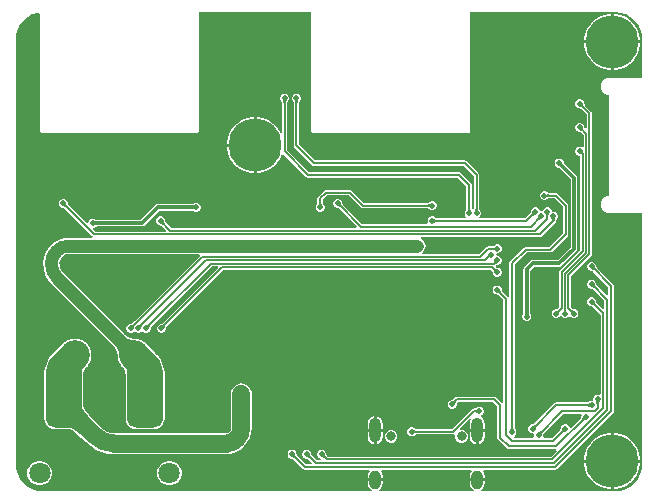
<source format=gbl>
G04*
G04 #@! TF.GenerationSoftware,Altium Limited,Altium Designer,22.7.1 (60)*
G04*
G04 Layer_Physical_Order=2*
G04 Layer_Color=16711680*
%FSLAX44Y44*%
%MOMM*%
G71*
G04*
G04 #@! TF.SameCoordinates,DE4C8CE6-A766-4DDB-9AE5-6163675FD0FB*
G04*
G04*
G04 #@! TF.FilePolarity,Positive*
G04*
G01*
G75*
%ADD10C,0.1778*%
%ADD13C,0.2000*%
%ADD16C,0.3000*%
%ADD17C,0.1524*%
%ADD77C,0.8000*%
%ADD85C,1.5000*%
%ADD86C,4.5000*%
%ADD87O,1.0008X1.6002*%
%ADD88O,1.0008X2.1006*%
%ADD89C,1.8000*%
%ADD90C,2.5000*%
%ADD91C,0.5050*%
%ADD92C,0.6000*%
%ADD93C,1.1000*%
G04:AMPARAMS|DCode=94|XSize=3.03mm|YSize=3.82mm|CornerRadius=0.7575mm|HoleSize=0mm|Usage=FLASHONLY|Rotation=180.000|XOffset=0mm|YOffset=0mm|HoleType=Round|Shape=RoundedRectangle|*
%AMROUNDEDRECTD94*
21,1,3.0300,2.3050,0,0,180.0*
21,1,1.5150,3.8200,0,0,180.0*
1,1,1.5150,-0.7575,1.1525*
1,1,1.5150,0.7575,1.1525*
1,1,1.5150,0.7575,-1.1525*
1,1,1.5150,-0.7575,-1.1525*
%
%ADD94ROUNDEDRECTD94*%
G36*
X514431Y407276D02*
X518692Y405984D01*
X522618Y403885D01*
X526060Y401060D01*
X528885Y397618D01*
X530984Y393692D01*
X532276Y389431D01*
X532704Y385090D01*
X532686Y385000D01*
Y352314D01*
X505000D01*
Y352333D01*
X503102Y352083D01*
X501334Y351350D01*
X499815Y350185D01*
X498650Y348666D01*
X497917Y346898D01*
X497667Y345000D01*
X497917Y343102D01*
X498650Y341334D01*
X499815Y339815D01*
X501334Y338650D01*
X503102Y337917D01*
X505000Y337667D01*
Y252333D01*
X503102Y252083D01*
X501334Y251350D01*
X499815Y250185D01*
X498650Y248666D01*
X497917Y246898D01*
X497667Y245000D01*
X497917Y243102D01*
X498650Y241334D01*
X499815Y239815D01*
X501334Y238650D01*
X503102Y237917D01*
X505000Y237667D01*
Y237686D01*
X532686D01*
Y25000D01*
X532704Y24910D01*
X532276Y20569D01*
X530984Y16308D01*
X528885Y12382D01*
X526060Y8940D01*
X522618Y6115D01*
X518692Y4017D01*
X514431Y2724D01*
X510090Y2297D01*
X510000Y2315D01*
X396739D01*
X396353Y3584D01*
X397729Y4503D01*
X399115Y6579D01*
X399602Y9027D01*
Y10754D01*
X386809D01*
Y9027D01*
X387296Y6579D01*
X388682Y4503D01*
X390058Y3584D01*
X389672Y2315D01*
X310328D01*
X309942Y3584D01*
X311318Y4503D01*
X312704Y6579D01*
X313191Y9027D01*
Y10754D01*
X300398D01*
Y9027D01*
X300885Y6579D01*
X302271Y4503D01*
X303647Y3584D01*
X303262Y2315D01*
X25000D01*
X24910Y2297D01*
X20569Y2724D01*
X16308Y4017D01*
X12382Y6115D01*
X8940Y8940D01*
X6115Y12382D01*
X4017Y16308D01*
X2724Y20569D01*
X2410Y23759D01*
X2315Y25000D01*
X2315Y25000D01*
X2314Y26249D01*
X2315Y385000D01*
X2297Y385090D01*
X2724Y389431D01*
X4017Y393692D01*
X6115Y397618D01*
X8940Y401060D01*
X12382Y403885D01*
X16308Y405984D01*
X20569Y407276D01*
X21744Y407392D01*
X22685Y406539D01*
Y307500D01*
X22862Y306614D01*
X23363Y305863D01*
X24114Y305362D01*
X25000Y305186D01*
X155000D01*
X155886Y305362D01*
X156637Y305863D01*
X157138Y306614D01*
X157315Y307500D01*
Y407686D01*
X252686D01*
Y307500D01*
X252862Y306614D01*
X253363Y305863D01*
X254114Y305362D01*
X255000Y305186D01*
X385000D01*
X385886Y305362D01*
X386637Y305863D01*
X387138Y306614D01*
X387314Y307500D01*
Y407686D01*
X510000D01*
X510090Y407704D01*
X514431Y407276D01*
D02*
G37*
%LPC*%
G36*
X509841Y406270D02*
X508770D01*
Y383770D01*
X531270D01*
Y384841D01*
X530356Y389433D01*
X528565Y393759D01*
X525963Y397653D01*
X522653Y400963D01*
X518759Y403565D01*
X514434Y405356D01*
X509841Y406270D01*
D02*
G37*
G36*
X506230D02*
X505159D01*
X500566Y405356D01*
X496241Y403565D01*
X492347Y400963D01*
X489037Y397653D01*
X486435Y393759D01*
X484644Y389433D01*
X483730Y384841D01*
Y383770D01*
X506230D01*
Y406270D01*
D02*
G37*
G36*
X531270Y381230D02*
X508770D01*
Y358730D01*
X509841D01*
X514434Y359643D01*
X518759Y361435D01*
X522653Y364037D01*
X525963Y367347D01*
X528565Y371241D01*
X530356Y375566D01*
X531270Y380159D01*
Y381230D01*
D02*
G37*
G36*
X506230D02*
X483730D01*
Y380159D01*
X484644Y375566D01*
X486435Y371241D01*
X489037Y367347D01*
X492347Y364037D01*
X496241Y361435D01*
X500566Y359643D01*
X505159Y358730D01*
X506230D01*
Y381230D01*
D02*
G37*
G36*
X480755Y333875D02*
X479245D01*
X477850Y333297D01*
X476783Y332230D01*
X476205Y330835D01*
Y329325D01*
X476783Y327930D01*
X477850Y326863D01*
X479245Y326285D01*
X479760D01*
X479999Y326181D01*
X480231Y326176D01*
X480405Y326162D01*
X480560Y326138D01*
X480698Y326107D01*
X480819Y326070D01*
X480926Y326026D01*
X481021Y325978D01*
X481107Y325924D01*
X481186Y325864D01*
X481307Y325753D01*
X481448Y325702D01*
X486016Y321134D01*
Y309572D01*
X484746Y308664D01*
X484327Y308773D01*
X484216Y308894D01*
X484156Y308973D01*
X484102Y309059D01*
X484054Y309154D01*
X484010Y309261D01*
X483973Y309382D01*
X483941Y309520D01*
X483918Y309675D01*
X483904Y309849D01*
X483899Y310081D01*
X483795Y310320D01*
Y310835D01*
X483217Y312230D01*
X482150Y313297D01*
X480755Y313875D01*
X479245D01*
X477850Y313297D01*
X476783Y312230D01*
X476205Y310835D01*
Y309325D01*
X476783Y307930D01*
X477850Y306863D01*
X479245Y306285D01*
X479760D01*
X479999Y306181D01*
X480231Y306176D01*
X480405Y306162D01*
X480560Y306138D01*
X480698Y306107D01*
X480819Y306070D01*
X480926Y306026D01*
X481021Y305978D01*
X481107Y305924D01*
X481186Y305864D01*
X481307Y305753D01*
X481448Y305702D01*
X483222Y303928D01*
Y293941D01*
X482729Y293608D01*
X481952Y293299D01*
X480755Y293795D01*
X479245D01*
X477850Y293217D01*
X476783Y292150D01*
X476205Y290755D01*
Y289245D01*
X476783Y287850D01*
X477850Y286783D01*
X479245Y286205D01*
X480314D01*
X480428Y286152D01*
Y206261D01*
X463179Y189012D01*
X462730Y188340D01*
X462572Y187547D01*
X462572Y187547D01*
Y158002D01*
X461448Y156878D01*
X461307Y156827D01*
X461186Y156716D01*
X461107Y156656D01*
X461021Y156602D01*
X460926Y156554D01*
X460819Y156510D01*
X460698Y156473D01*
X460560Y156441D01*
X460405Y156418D01*
X460231Y156404D01*
X459999Y156399D01*
X459760Y156295D01*
X459245D01*
X457850Y155717D01*
X456783Y154650D01*
X456205Y153255D01*
Y151745D01*
X456783Y150350D01*
X457850Y149283D01*
X459245Y148705D01*
X460755D01*
X462150Y149283D01*
X462999Y150132D01*
X463750Y150260D01*
X464501Y150132D01*
X465350Y149283D01*
X466745Y148705D01*
X468255D01*
X469650Y149283D01*
X470499Y150132D01*
X471250Y150260D01*
X472001Y150132D01*
X472850Y149283D01*
X474245Y148705D01*
X475755D01*
X477150Y149283D01*
X478217Y150350D01*
X478795Y151745D01*
Y153255D01*
X478217Y154650D01*
X477150Y155717D01*
X475755Y156295D01*
X475240D01*
X475001Y156399D01*
X474769Y156404D01*
X474595Y156418D01*
X474440Y156441D01*
X474302Y156473D01*
X474181Y156510D01*
X474074Y156554D01*
X473979Y156602D01*
X473893Y156656D01*
X473814Y156716D01*
X473693Y156827D01*
X473552Y156878D01*
X472429Y158001D01*
Y184499D01*
X489553Y201623D01*
X489553Y201623D01*
X490002Y202295D01*
X490160Y203088D01*
Y321992D01*
X490160Y321992D01*
X490002Y322785D01*
X489553Y323457D01*
X489553Y323457D01*
X484378Y328632D01*
X484327Y328773D01*
X484216Y328894D01*
X484156Y328973D01*
X484102Y329059D01*
X484054Y329154D01*
X484010Y329261D01*
X483973Y329382D01*
X483941Y329520D01*
X483918Y329675D01*
X483904Y329849D01*
X483899Y330081D01*
X483795Y330320D01*
Y330835D01*
X483217Y332230D01*
X482150Y333297D01*
X480755Y333875D01*
D02*
G37*
G36*
X203730Y318770D02*
X202659D01*
X198067Y317857D01*
X193741Y316065D01*
X189848Y313463D01*
X186537Y310152D01*
X183935Y306259D01*
X182143Y301933D01*
X181230Y297341D01*
Y296270D01*
X203730D01*
Y318770D01*
D02*
G37*
G36*
Y293730D02*
X181230D01*
Y292659D01*
X182143Y288067D01*
X183935Y283741D01*
X186537Y279848D01*
X189848Y276537D01*
X193741Y273935D01*
X198067Y272143D01*
X202659Y271230D01*
X203730D01*
Y293730D01*
D02*
G37*
G36*
X240755Y338795D02*
X239245D01*
X237850Y338217D01*
X236783Y337150D01*
X236205Y335755D01*
Y334245D01*
X236783Y332850D01*
X237141Y332492D01*
X237229Y332257D01*
X237334Y332145D01*
X237390Y332074D01*
X237439Y331998D01*
X237483Y331917D01*
X237521Y331826D01*
X237555Y331724D01*
X237584Y331608D01*
X237605Y331477D01*
X237620Y331330D01*
X237626Y331124D01*
X237686Y330992D01*
Y295000D01*
X237862Y294114D01*
X238363Y293363D01*
X253363Y278363D01*
X254114Y277862D01*
X255000Y277686D01*
X381541D01*
X390186Y269041D01*
Y241580D01*
X390003Y241418D01*
X389341Y241160D01*
X388676Y241420D01*
X388494Y241581D01*
Y261320D01*
X388318Y262206D01*
X387817Y262957D01*
X379137Y271637D01*
X378386Y272138D01*
X377500Y272314D01*
X250959D01*
X232314Y290959D01*
Y330992D01*
X232374Y331124D01*
X232380Y331330D01*
X232394Y331477D01*
X232416Y331608D01*
X232445Y331724D01*
X232479Y331826D01*
X232517Y331917D01*
X232561Y331998D01*
X232610Y332074D01*
X232666Y332145D01*
X232771Y332257D01*
X232859Y332492D01*
X233217Y332850D01*
X233795Y334245D01*
Y335755D01*
X233217Y337150D01*
X232150Y338217D01*
X230755Y338795D01*
X229245D01*
X227850Y338217D01*
X226783Y337150D01*
X226205Y335755D01*
Y334245D01*
X226783Y332850D01*
X227141Y332492D01*
X227229Y332257D01*
X227334Y332145D01*
X227390Y332074D01*
X227439Y331998D01*
X227483Y331917D01*
X227521Y331826D01*
X227555Y331724D01*
X227584Y331608D01*
X227605Y331477D01*
X227620Y331330D01*
X227626Y331124D01*
X227686Y330992D01*
Y305601D01*
X226440Y305353D01*
X226065Y306259D01*
X223463Y310152D01*
X220152Y313463D01*
X216259Y316065D01*
X211933Y317857D01*
X207341Y318770D01*
X206270D01*
Y295000D01*
Y271230D01*
X207341D01*
X211933Y272143D01*
X216259Y273935D01*
X220152Y276537D01*
X223463Y279848D01*
X226065Y283741D01*
X227566Y287365D01*
X229030Y287697D01*
X248363Y268363D01*
X249114Y267862D01*
X250000Y267686D01*
X376541D01*
X383866Y260361D01*
Y241508D01*
X383806Y241376D01*
X383800Y241170D01*
X383786Y241023D01*
X383764Y240892D01*
X383735Y240776D01*
X383701Y240674D01*
X383663Y240583D01*
X383619Y240502D01*
X383570Y240426D01*
X383514Y240355D01*
X383409Y240243D01*
X383321Y240007D01*
X382963Y239650D01*
X382385Y238255D01*
Y236745D01*
X382963Y235350D01*
X383728Y234585D01*
X383302Y233315D01*
X359008D01*
X358876Y233374D01*
X358670Y233380D01*
X358523Y233395D01*
X358392Y233417D01*
X358276Y233445D01*
X358174Y233479D01*
X358083Y233517D01*
X358002Y233561D01*
X357926Y233610D01*
X357855Y233666D01*
X357743Y233771D01*
X357508Y233860D01*
X357150Y234217D01*
X355755Y234795D01*
X354245D01*
X352850Y234217D01*
X351783Y233150D01*
X351205Y231755D01*
Y230245D01*
X351451Y229652D01*
X350602Y228382D01*
X295791D01*
X279471Y244702D01*
X279419Y244838D01*
X279278Y244988D01*
X279184Y245102D01*
X279107Y245210D01*
X279045Y245312D01*
X278997Y245408D01*
X278960Y245499D01*
X278933Y245588D01*
X278915Y245676D01*
X278904Y245766D01*
X278899Y245919D01*
X278795Y246149D01*
Y246655D01*
X278217Y248049D01*
X277150Y249117D01*
X275755Y249695D01*
X274245D01*
X272850Y249117D01*
X271783Y248049D01*
X271205Y246655D01*
Y245145D01*
X271783Y243750D01*
X272850Y242682D01*
X274245Y242105D01*
X274751D01*
X274980Y242001D01*
X275133Y241996D01*
X275224Y241985D01*
X275312Y241966D01*
X275400Y241940D01*
X275492Y241903D01*
X275588Y241854D01*
X275690Y241793D01*
X275798Y241716D01*
X275912Y241621D01*
X276062Y241481D01*
X276197Y241429D01*
X291341Y226285D01*
X290855Y225112D01*
X134161D01*
X129471Y229803D01*
X129419Y229938D01*
X129278Y230088D01*
X129184Y230202D01*
X129107Y230310D01*
X129045Y230412D01*
X128997Y230508D01*
X128960Y230600D01*
X128933Y230688D01*
X128915Y230776D01*
X128904Y230867D01*
X128899Y231020D01*
X128795Y231249D01*
Y231755D01*
X128217Y233150D01*
X127150Y234217D01*
X125755Y234795D01*
X124245D01*
X122850Y234217D01*
X121783Y233150D01*
X121205Y231755D01*
Y230245D01*
X121783Y228850D01*
X122850Y227783D01*
X124245Y227205D01*
X124751D01*
X124980Y227101D01*
X125133Y227096D01*
X125224Y227085D01*
X125312Y227067D01*
X125400Y227040D01*
X125492Y227003D01*
X125588Y226955D01*
X125690Y226893D01*
X125798Y226816D01*
X125912Y226722D01*
X126062Y226581D01*
X126197Y226530D01*
X129711Y223015D01*
X129225Y221842D01*
X69831D01*
X67638Y224035D01*
X68164Y225305D01*
X68255D01*
X69650Y225883D01*
X69901Y226134D01*
X69915Y226133D01*
X69969Y226152D01*
X69999Y226160D01*
X70043Y226168D01*
X70818Y226223D01*
X71059Y226226D01*
X71177Y226276D01*
X109100D01*
X109100Y226276D01*
X110181Y226491D01*
X111097Y227103D01*
X123670Y239676D01*
X151323D01*
X151441Y239625D01*
X151702Y239623D01*
X152129Y239604D01*
X152433Y239572D01*
X152501Y239559D01*
X152531Y239552D01*
X152585Y239533D01*
X152599Y239534D01*
X152850Y239283D01*
X154245Y238705D01*
X155755D01*
X157150Y239283D01*
X158217Y240350D01*
X158795Y241745D01*
Y243255D01*
X158217Y244650D01*
X157150Y245717D01*
X155755Y246295D01*
X154245D01*
X152850Y245717D01*
X152599Y245466D01*
X152585Y245467D01*
X152531Y245448D01*
X152500Y245441D01*
X152457Y245433D01*
X151682Y245377D01*
X151441Y245375D01*
X151323Y245324D01*
X122500D01*
X122500Y245324D01*
X121419Y245109D01*
X120503Y244497D01*
X120503Y244497D01*
X107930Y231924D01*
X71177D01*
X71059Y231975D01*
X70798Y231977D01*
X70371Y231996D01*
X70067Y232029D01*
X69999Y232041D01*
X69969Y232048D01*
X69915Y232067D01*
X69901Y232066D01*
X69650Y232317D01*
X68255Y232895D01*
X66745D01*
X65350Y232317D01*
X64283Y231250D01*
X63705Y229855D01*
Y229764D01*
X62435Y229238D01*
X46971Y244702D01*
X46919Y244838D01*
X46778Y244988D01*
X46684Y245102D01*
X46607Y245210D01*
X46545Y245312D01*
X46497Y245408D01*
X46460Y245500D01*
X46433Y245588D01*
X46415Y245676D01*
X46404Y245766D01*
X46399Y245919D01*
X46295Y246149D01*
Y246655D01*
X45717Y248050D01*
X44650Y249117D01*
X43255Y249695D01*
X41745D01*
X40350Y249117D01*
X39283Y248050D01*
X38705Y246655D01*
Y245145D01*
X39283Y243750D01*
X40350Y242682D01*
X41745Y242105D01*
X42251D01*
X42480Y242001D01*
X42634Y241996D01*
X42724Y241985D01*
X42812Y241966D01*
X42900Y241940D01*
X42992Y241903D01*
X43088Y241855D01*
X43190Y241793D01*
X43298Y241716D01*
X43412Y241621D01*
X43562Y241481D01*
X43697Y241429D01*
X67235Y217891D01*
X67374Y217798D01*
X66989Y216528D01*
X47200D01*
Y216574D01*
X42991Y216159D01*
X38944Y214932D01*
X35214Y212938D01*
X31945Y210255D01*
X29262Y206986D01*
X27268Y203256D01*
X26041Y199209D01*
X25626Y195000D01*
X25610D01*
X26090Y190123D01*
X27512Y185434D01*
X29822Y181112D01*
X32931Y177324D01*
X32975Y177368D01*
X84333Y126010D01*
X84374Y125904D01*
X85236Y124998D01*
X85979Y124126D01*
X86625Y123267D01*
X87177Y122422D01*
X87636Y121591D01*
X88004Y120775D01*
X88284Y119974D01*
X88479Y119186D01*
X88592Y118409D01*
X88627Y117581D01*
Y116269D01*
X88680Y116139D01*
X88653Y116001D01*
X89133Y113586D01*
X89212Y113469D01*
Y113328D01*
X89634Y112307D01*
X89667Y112185D01*
X89730Y112076D01*
X90154Y111053D01*
X90253Y110953D01*
X90281Y110815D01*
X91649Y108768D01*
X91766Y108690D01*
X91820Y108560D01*
X92666Y107713D01*
X93259Y107059D01*
X94257Y105566D01*
X94931Y103938D01*
X95282Y102176D01*
X95325Y101295D01*
Y75000D01*
X95353Y74932D01*
Y63475D01*
X95657Y61166D01*
X96549Y59014D01*
X97966Y57167D01*
X99814Y55749D01*
X101966Y54858D01*
X104275Y54554D01*
X119425D01*
X121734Y54858D01*
X123885Y55749D01*
X125733Y57167D01*
X127151Y59014D01*
X128042Y61166D01*
X128346Y63475D01*
Y74932D01*
X128374Y75000D01*
Y100158D01*
Y102660D01*
X128320Y102790D01*
X128348Y102928D01*
X127372Y107835D01*
X127294Y107952D01*
Y108093D01*
X125379Y112716D01*
X125279Y112815D01*
X125252Y112953D01*
X122472Y117114D01*
X122355Y117192D01*
X122301Y117322D01*
X120532Y119091D01*
X112312Y127311D01*
X112312Y127311D01*
X111441Y128181D01*
X111311Y128235D01*
X111233Y128352D01*
X109186Y129720D01*
X109048Y129748D01*
X108948Y129847D01*
X107901Y130281D01*
X107814Y130332D01*
X107716Y130358D01*
X106673Y130790D01*
X106533D01*
X106416Y130868D01*
X104001Y131348D01*
X103862Y131321D01*
X103732Y131375D01*
X102389D01*
X101591Y131408D01*
X100814Y131521D01*
X100026Y131716D01*
X99225Y131996D01*
X98409Y132364D01*
X97578Y132823D01*
X96732Y133375D01*
X95874Y134022D01*
X95002Y134764D01*
X94096Y135626D01*
X93990Y135666D01*
X42632Y187025D01*
X42546Y187091D01*
X40815Y189347D01*
X39685Y192074D01*
X39460Y193784D01*
X39330Y195000D01*
X39330Y195000D01*
X39330Y195000D01*
X39598Y197037D01*
X40384Y198935D01*
X41635Y200565D01*
X43265Y201816D01*
X45163Y202602D01*
X47200Y202870D01*
Y202872D01*
X157716D01*
X158242Y201602D01*
X103126Y146486D01*
X102759Y146241D01*
X100984Y144466D01*
X100846Y144414D01*
X100708Y144286D01*
X100607Y144205D01*
X100506Y144136D01*
X100403Y144077D01*
X100297Y144027D01*
X100187Y143986D01*
X100069Y143952D01*
X99944Y143926D01*
X99807Y143908D01*
X99613Y143897D01*
X99403Y143795D01*
X98999D01*
X97604Y143217D01*
X96536Y142150D01*
X95959Y140755D01*
Y139245D01*
X96536Y137850D01*
X97604Y136783D01*
X98999Y136205D01*
X100508D01*
X101903Y136783D01*
X102175Y137055D01*
X103005Y137819D01*
X103834Y137055D01*
X104106Y136783D01*
X105501Y136205D01*
X107011D01*
X108406Y136783D01*
X108678Y137055D01*
X109507Y137819D01*
X110337Y137055D01*
X110609Y136783D01*
X112003Y136205D01*
X113513D01*
X114908Y136783D01*
X115976Y137850D01*
X116553Y139245D01*
Y139756D01*
X116657Y139990D01*
X116662Y140181D01*
X116676Y140311D01*
X116697Y140431D01*
X116727Y140541D01*
X116764Y140646D01*
X116810Y140746D01*
X116864Y140844D01*
X116930Y140942D01*
X117009Y141041D01*
X117136Y141178D01*
X117188Y141316D01*
X168288Y192416D01*
X173382D01*
X173868Y191243D01*
X127054Y144430D01*
X126916Y144378D01*
X126779Y144251D01*
X126680Y144172D01*
X126582Y144106D01*
X126484Y144051D01*
X126383Y144005D01*
X126279Y143968D01*
X126168Y143939D01*
X126049Y143917D01*
X125919Y143904D01*
X125728Y143899D01*
X125494Y143795D01*
X124983D01*
X123588Y143217D01*
X122521Y142150D01*
X121943Y140755D01*
Y139245D01*
X122521Y137850D01*
X123588Y136783D01*
X124983Y136205D01*
X126493D01*
X127887Y136783D01*
X128955Y137850D01*
X129533Y139245D01*
Y139756D01*
X129637Y139990D01*
X129642Y140181D01*
X129655Y140311D01*
X129677Y140431D01*
X129706Y140541D01*
X129743Y140646D01*
X129789Y140746D01*
X129844Y140844D01*
X129910Y140942D01*
X129988Y141041D01*
X130116Y141178D01*
X130167Y141316D01*
X178219Y189368D01*
X405019D01*
X405571Y188816D01*
X405622Y188678D01*
X405749Y188541D01*
X405828Y188442D01*
X405894Y188344D01*
X405949Y188246D01*
X405995Y188146D01*
X406032Y188041D01*
X406061Y187931D01*
X406083Y187811D01*
X406096Y187681D01*
X406101Y187490D01*
X406205Y187256D01*
Y186745D01*
X406783Y185350D01*
X407850Y184283D01*
X409245Y183705D01*
X410755D01*
X412150Y184283D01*
X413217Y185350D01*
X413795Y186745D01*
Y188255D01*
X413217Y189650D01*
X412150Y190717D01*
X410755Y191295D01*
X410244D01*
X410010Y191399D01*
X409819Y191404D01*
X409689Y191417D01*
X409569Y191439D01*
X409459Y191468D01*
X409354Y191505D01*
X409254Y191551D01*
X409156Y191606D01*
X409058Y191672D01*
X408959Y191751D01*
X408828Y192353D01*
Y192622D01*
X408932Y193120D01*
X409058Y193328D01*
X409156Y193394D01*
X409254Y193449D01*
X409354Y193495D01*
X409459Y193532D01*
X409569Y193561D01*
X409689Y193583D01*
X409819Y193596D01*
X410010Y193601D01*
X410244Y193705D01*
X410755D01*
X412150Y194283D01*
X413217Y195350D01*
X413795Y196745D01*
Y198255D01*
X413217Y199650D01*
X412150Y200717D01*
X410755Y201295D01*
X409968D01*
X409728Y201387D01*
X409138Y202794D01*
X409434Y203500D01*
X409968Y203705D01*
X410755D01*
X412150Y204283D01*
X413217Y205350D01*
X413795Y206745D01*
Y208255D01*
X413217Y209650D01*
X412150Y210717D01*
X410755Y211295D01*
X409245D01*
X407850Y210717D01*
X407158Y210025D01*
X406931Y209905D01*
X406819Y209770D01*
X406746Y209696D01*
X406676Y209637D01*
X406606Y209589D01*
X406534Y209550D01*
X406457Y209517D01*
X406371Y209489D01*
X406272Y209468D01*
X406157Y209454D01*
X405972Y209447D01*
X405909Y209418D01*
X405842Y209435D01*
X405756Y209385D01*
X402184D01*
X401342Y209218D01*
X400627Y208741D01*
X394802Y202915D01*
X346865D01*
X346434Y204185D01*
X347328Y204872D01*
X348414Y206286D01*
X349096Y207933D01*
X349328Y209700D01*
X349096Y211467D01*
X348414Y213114D01*
X347328Y214528D01*
X345914Y215614D01*
X345118Y215943D01*
X345371Y217213D01*
X446413D01*
X447299Y217389D01*
X448049Y217891D01*
X459137Y228978D01*
X459638Y229729D01*
X459814Y230615D01*
Y230992D01*
X459874Y231124D01*
X459880Y231330D01*
X459894Y231477D01*
X459916Y231608D01*
X459945Y231724D01*
X459979Y231826D01*
X460017Y231917D01*
X460061Y231998D01*
X460110Y232074D01*
X460166Y232145D01*
X460271Y232257D01*
X460359Y232493D01*
X460717Y232850D01*
X461295Y234245D01*
Y235755D01*
X460717Y237150D01*
X459650Y238217D01*
X458255Y238795D01*
X456745D01*
X456131Y239915D01*
X455690Y240980D01*
X454622Y242047D01*
X453228Y242625D01*
X451718D01*
X450323Y242047D01*
X449256Y240980D01*
X448678Y239585D01*
X447864Y239004D01*
X446442Y239235D01*
X446072Y239879D01*
X445637Y240929D01*
X444570Y241996D01*
X443175Y242574D01*
X441665D01*
X440270Y241996D01*
X439203Y240929D01*
X438625Y239534D01*
Y239028D01*
X438521Y238799D01*
X438516Y238646D01*
X438505Y238556D01*
X438487Y238468D01*
X438460Y238379D01*
X438423Y238288D01*
X438375Y238192D01*
X438313Y238090D01*
X438236Y237982D01*
X438142Y237867D01*
X438001Y237717D01*
X437950Y237582D01*
X433682Y233315D01*
X395378D01*
X394952Y234585D01*
X395717Y235350D01*
X396295Y236745D01*
Y238255D01*
X395717Y239650D01*
X395359Y240007D01*
X395271Y240243D01*
X395166Y240355D01*
X395110Y240426D01*
X395061Y240502D01*
X395017Y240583D01*
X394979Y240674D01*
X394945Y240776D01*
X394916Y240892D01*
X394894Y241023D01*
X394880Y241170D01*
X394874Y241376D01*
X394814Y241508D01*
Y270000D01*
X394638Y270886D01*
X394137Y271637D01*
X384137Y281637D01*
X383386Y282138D01*
X382500Y282314D01*
X255959D01*
X242314Y295959D01*
Y330992D01*
X242374Y331124D01*
X242380Y331330D01*
X242394Y331477D01*
X242416Y331608D01*
X242445Y331724D01*
X242479Y331826D01*
X242517Y331917D01*
X242561Y331998D01*
X242610Y332074D01*
X242666Y332145D01*
X242771Y332257D01*
X242859Y332492D01*
X243217Y332850D01*
X243795Y334245D01*
Y335755D01*
X243217Y337150D01*
X242150Y338217D01*
X240755Y338795D01*
D02*
G37*
G36*
X285000Y257314D02*
X265000D01*
X264114Y257138D01*
X263363Y256637D01*
X258363Y251637D01*
X257862Y250886D01*
X257686Y250000D01*
Y246508D01*
X257626Y246376D01*
X257620Y246170D01*
X257606Y246023D01*
X257584Y245892D01*
X257555Y245776D01*
X257521Y245674D01*
X257483Y245583D01*
X257439Y245502D01*
X257390Y245426D01*
X257334Y245355D01*
X257229Y245243D01*
X257141Y245007D01*
X256783Y244650D01*
X256205Y243255D01*
Y241745D01*
X256783Y240350D01*
X257850Y239283D01*
X259245Y238705D01*
X260755D01*
X262150Y239283D01*
X263217Y240350D01*
X263795Y241745D01*
Y243255D01*
X263217Y244650D01*
X262859Y245007D01*
X262771Y245243D01*
X262666Y245355D01*
X262610Y245426D01*
X262561Y245502D01*
X262517Y245583D01*
X262479Y245674D01*
X262445Y245776D01*
X262416Y245892D01*
X262394Y246023D01*
X262380Y246170D01*
X262374Y246376D01*
X262314Y246508D01*
Y249041D01*
X265959Y252686D01*
X284041D01*
X294364Y242363D01*
X295114Y241861D01*
X296000Y241685D01*
X350992D01*
X351124Y241626D01*
X351330Y241619D01*
X351477Y241605D01*
X351608Y241583D01*
X351724Y241555D01*
X351826Y241521D01*
X351917Y241483D01*
X351998Y241439D01*
X352074Y241390D01*
X352145Y241334D01*
X352257Y241229D01*
X352492Y241140D01*
X352850Y240783D01*
X354245Y240205D01*
X355755D01*
X357150Y240783D01*
X358217Y241850D01*
X358795Y243245D01*
Y244755D01*
X358217Y246150D01*
X357150Y247217D01*
X355755Y247795D01*
X354245D01*
X352850Y247217D01*
X352492Y246859D01*
X352257Y246771D01*
X352145Y246666D01*
X352074Y246610D01*
X351998Y246561D01*
X351917Y246517D01*
X351826Y246479D01*
X351724Y246445D01*
X351608Y246416D01*
X351477Y246394D01*
X351330Y246380D01*
X351124Y246374D01*
X350992Y246314D01*
X296959D01*
X286637Y256637D01*
X285886Y257138D01*
X285000Y257314D01*
D02*
G37*
G36*
X463255Y283795D02*
X461745D01*
X460350Y283217D01*
X459283Y282150D01*
X458705Y280755D01*
Y279245D01*
X459283Y277850D01*
X460350Y276783D01*
X461745Y276205D01*
X462100D01*
X462110Y276194D01*
X462161Y276170D01*
X462188Y276154D01*
X462224Y276128D01*
X462812Y275620D01*
X462984Y275451D01*
X463103Y275403D01*
X472176Y266330D01*
Y208670D01*
X461330Y197824D01*
X440000D01*
X438919Y197609D01*
X438003Y196997D01*
X438003Y196997D01*
X433003Y191997D01*
X432391Y191081D01*
X432176Y190000D01*
X432176Y190000D01*
Y153677D01*
X432125Y153559D01*
X432123Y153298D01*
X432104Y152871D01*
X432072Y152567D01*
X432060Y152499D01*
X432052Y152469D01*
X432033Y152415D01*
X432034Y152401D01*
X431783Y152150D01*
X431205Y150755D01*
Y149245D01*
X431783Y147850D01*
X432850Y146783D01*
X434245Y146205D01*
X435755D01*
X437150Y146783D01*
X438217Y147850D01*
X438795Y149245D01*
Y150755D01*
X438217Y152150D01*
X437966Y152401D01*
X437967Y152415D01*
X437948Y152469D01*
X437940Y152500D01*
X437933Y152543D01*
X437877Y153318D01*
X437875Y153559D01*
X437824Y153677D01*
Y188830D01*
X441170Y192176D01*
X462500D01*
X462500Y192176D01*
X463581Y192391D01*
X464497Y193003D01*
X476997Y205503D01*
X476997Y205503D01*
X477609Y206419D01*
X477824Y207500D01*
Y267500D01*
X477609Y268581D01*
X476997Y269497D01*
X476997Y269497D01*
X467097Y279397D01*
X467049Y279516D01*
X466867Y279702D01*
X466577Y280018D01*
X466385Y280256D01*
X466347Y280312D01*
X466330Y280339D01*
X466306Y280390D01*
X466295Y280400D01*
Y280755D01*
X465717Y282150D01*
X464650Y283217D01*
X463255Y283795D01*
D02*
G37*
G36*
X450755Y256295D02*
X449245D01*
X447850Y255717D01*
X446783Y254650D01*
X446205Y253255D01*
Y251745D01*
X446783Y250350D01*
X447850Y249283D01*
X449245Y248705D01*
X450755D01*
X452150Y249283D01*
X452508Y249641D01*
X452743Y249729D01*
X452855Y249834D01*
X452926Y249890D01*
X453002Y249939D01*
X453083Y249983D01*
X453174Y250021D01*
X453276Y250055D01*
X453392Y250084D01*
X453523Y250105D01*
X453670Y250120D01*
X453876Y250126D01*
X454008Y250186D01*
X458513D01*
X465658Y243041D01*
Y220486D01*
X454107Y208934D01*
X434120D01*
X433234Y208758D01*
X432483Y208256D01*
X420863Y196637D01*
X420362Y195886D01*
X420186Y195000D01*
Y167347D01*
X419776Y167069D01*
X418915Y166858D01*
X414470Y171303D01*
X414419Y171438D01*
X414278Y171588D01*
X414184Y171702D01*
X414107Y171810D01*
X414045Y171912D01*
X413997Y172008D01*
X413960Y172100D01*
X413933Y172188D01*
X413915Y172276D01*
X413904Y172367D01*
X413899Y172520D01*
X413795Y172749D01*
Y173255D01*
X413217Y174650D01*
X412150Y175717D01*
X410755Y176295D01*
X409245D01*
X407850Y175717D01*
X406783Y174650D01*
X406205Y173255D01*
Y171745D01*
X406783Y170350D01*
X407850Y169283D01*
X409245Y168705D01*
X409751D01*
X409980Y168601D01*
X410134Y168596D01*
X410224Y168585D01*
X410312Y168567D01*
X410400Y168540D01*
X410492Y168503D01*
X410588Y168455D01*
X410690Y168393D01*
X410798Y168316D01*
X410912Y168222D01*
X411062Y168081D01*
X411197Y168029D01*
X415186Y164041D01*
Y77347D01*
X414776Y77069D01*
X413915Y76858D01*
X409137Y81637D01*
X408386Y82138D01*
X407500Y82315D01*
X376297D01*
X375411Y82138D01*
X374660Y81637D01*
X373096Y80072D01*
X372960Y80021D01*
X372810Y79880D01*
X372696Y79786D01*
X372588Y79708D01*
X372486Y79647D01*
X372390Y79599D01*
X372299Y79562D01*
X372210Y79535D01*
X372122Y79516D01*
X372032Y79506D01*
X371879Y79500D01*
X371649Y79397D01*
X371143D01*
X369749Y78819D01*
X368681Y77751D01*
X368103Y76357D01*
Y74847D01*
X368681Y73452D01*
X369749Y72384D01*
X371143Y71807D01*
X372653D01*
X374048Y72384D01*
X375116Y73452D01*
X375693Y74847D01*
Y75353D01*
X375797Y75582D01*
X375802Y75735D01*
X375813Y75825D01*
X375832Y75913D01*
X375859Y76002D01*
X375895Y76093D01*
X375943Y76189D01*
X376005Y76291D01*
X376082Y76399D01*
X376177Y76514D01*
X376317Y76663D01*
X376369Y76799D01*
X377255Y77685D01*
X406541D01*
X410186Y74041D01*
Y47500D01*
X410362Y46614D01*
X410863Y45863D01*
X418363Y38363D01*
X419114Y37862D01*
X420000Y37685D01*
X459741D01*
X460152Y37063D01*
X460302Y36451D01*
X455368Y31517D01*
X266503D01*
X265718Y32302D01*
X265666Y32438D01*
X265525Y32587D01*
X265431Y32701D01*
X265354Y32810D01*
X265292Y32912D01*
X265244Y33008D01*
X265207Y33099D01*
X265180Y33188D01*
X265162Y33276D01*
X265151Y33366D01*
X265146Y33519D01*
X265042Y33748D01*
Y34254D01*
X264464Y35649D01*
X263397Y36717D01*
X262002Y37294D01*
X260492D01*
X259097Y36717D01*
X258030Y35649D01*
X257452Y34254D01*
Y32745D01*
X258030Y31350D01*
X259097Y30282D01*
X260492Y29704D01*
X260621D01*
X260925Y29517D01*
X260969Y29210D01*
X260939Y29110D01*
X260190Y28262D01*
X260147Y28247D01*
X257276D01*
X253221Y32302D01*
X253169Y32438D01*
X253029Y32587D01*
X252935Y32701D01*
X252857Y32810D01*
X252796Y32912D01*
X252747Y33008D01*
X252711Y33099D01*
X252684Y33188D01*
X252665Y33276D01*
X252654Y33366D01*
X252649Y33519D01*
X252545Y33748D01*
Y34254D01*
X251968Y35649D01*
X250900Y36717D01*
X249505Y37294D01*
X247995D01*
X246601Y36717D01*
X245533Y35649D01*
X244955Y34254D01*
Y32745D01*
X245533Y31350D01*
X246601Y30282D01*
X247995Y29704D01*
X248501D01*
X248731Y29601D01*
X248884Y29596D01*
X248974Y29585D01*
X249062Y29566D01*
X249151Y29539D01*
X249242Y29502D01*
X249338Y29454D01*
X249440Y29392D01*
X249548Y29316D01*
X249662Y29221D01*
X249812Y29080D01*
X249948Y29029D01*
X252826Y26150D01*
X252340Y24977D01*
X248049D01*
X240724Y32302D01*
X240673Y32438D01*
X240532Y32587D01*
X240438Y32702D01*
X240361Y32810D01*
X240299Y32912D01*
X240250Y33008D01*
X240214Y33099D01*
X240187Y33188D01*
X240168Y33276D01*
X240157Y33366D01*
X240152Y33519D01*
X240049Y33748D01*
Y34254D01*
X239471Y35649D01*
X238403Y36717D01*
X237008Y37294D01*
X235499D01*
X234104Y36717D01*
X233036Y35649D01*
X232458Y34254D01*
Y32745D01*
X233036Y31350D01*
X234104Y30282D01*
X235499Y29704D01*
X236005D01*
X236234Y29601D01*
X236387Y29596D01*
X236477Y29585D01*
X236565Y29566D01*
X236654Y29539D01*
X236745Y29502D01*
X236841Y29454D01*
X236943Y29392D01*
X237051Y29315D01*
X237166Y29221D01*
X237315Y29080D01*
X237451Y29029D01*
X245454Y21026D01*
X246205Y20524D01*
X247090Y20348D01*
X301363D01*
X301960Y19078D01*
X300885Y17469D01*
X300398Y15021D01*
Y13294D01*
X313191D01*
Y15021D01*
X312704Y17469D01*
X311629Y19078D01*
X312227Y20348D01*
X387774D01*
X388371Y19078D01*
X387296Y17469D01*
X386809Y15021D01*
Y13294D01*
X399602D01*
Y15021D01*
X399115Y17469D01*
X398040Y19078D01*
X398637Y20348D01*
X459036D01*
X459922Y20524D01*
X460672Y21026D01*
X507972Y68325D01*
X508473Y69076D01*
X508649Y69962D01*
Y176165D01*
X508473Y177051D01*
X507972Y177802D01*
X494470Y191303D01*
X494419Y191438D01*
X494278Y191588D01*
X494184Y191702D01*
X494107Y191810D01*
X494045Y191912D01*
X493997Y192008D01*
X493960Y192100D01*
X493933Y192188D01*
X493915Y192276D01*
X493904Y192367D01*
X493899Y192520D01*
X493795Y192749D01*
Y193255D01*
X493217Y194650D01*
X492150Y195717D01*
X490755Y196295D01*
X489245D01*
X487850Y195717D01*
X486783Y194650D01*
X486205Y193255D01*
Y191745D01*
X486783Y190350D01*
X487850Y189283D01*
X489245Y188705D01*
X489751D01*
X489980Y188601D01*
X490134Y188596D01*
X490224Y188585D01*
X490312Y188567D01*
X490400Y188540D01*
X490492Y188503D01*
X490588Y188455D01*
X490690Y188393D01*
X490798Y188316D01*
X490912Y188222D01*
X491062Y188081D01*
X491197Y188029D01*
X504021Y175206D01*
Y168412D01*
X502847Y167926D01*
X494470Y176303D01*
X494419Y176438D01*
X494278Y176588D01*
X494184Y176702D01*
X494107Y176810D01*
X494045Y176912D01*
X493997Y177008D01*
X493960Y177100D01*
X493933Y177188D01*
X493915Y177276D01*
X493904Y177367D01*
X493899Y177520D01*
X493795Y177749D01*
Y178255D01*
X493217Y179650D01*
X492150Y180717D01*
X490755Y181295D01*
X489245D01*
X487850Y180717D01*
X486783Y179650D01*
X486205Y178255D01*
Y176745D01*
X486783Y175350D01*
X487850Y174283D01*
X489245Y173705D01*
X489751D01*
X489980Y173601D01*
X490134Y173596D01*
X490224Y173585D01*
X490312Y173567D01*
X490400Y173540D01*
X490492Y173503D01*
X490588Y173455D01*
X490690Y173393D01*
X490798Y173316D01*
X490912Y173222D01*
X491062Y173081D01*
X491197Y173029D01*
X500751Y163476D01*
Y156682D01*
X499577Y156196D01*
X494470Y161303D01*
X494419Y161438D01*
X494278Y161588D01*
X494184Y161702D01*
X494107Y161810D01*
X494045Y161912D01*
X493997Y162008D01*
X493960Y162100D01*
X493933Y162188D01*
X493915Y162276D01*
X493904Y162367D01*
X493899Y162520D01*
X493795Y162749D01*
Y163255D01*
X493217Y164650D01*
X492150Y165717D01*
X490755Y166295D01*
X489245D01*
X487850Y165717D01*
X486783Y164650D01*
X486205Y163255D01*
Y161745D01*
X486783Y160350D01*
X487850Y159283D01*
X489245Y158705D01*
X489751D01*
X489980Y158601D01*
X490134Y158596D01*
X490224Y158585D01*
X490312Y158567D01*
X490400Y158540D01*
X490492Y158503D01*
X490588Y158455D01*
X490690Y158393D01*
X490798Y158316D01*
X490912Y158222D01*
X491062Y158081D01*
X491197Y158029D01*
X497481Y151746D01*
Y84455D01*
X496211Y83606D01*
X495755Y83795D01*
X494245D01*
X492850Y83217D01*
X491783Y82150D01*
X491205Y80755D01*
Y79968D01*
X490880Y79120D01*
X490032Y78795D01*
X489245D01*
X487850Y78217D01*
X487492Y77859D01*
X487257Y77771D01*
X487145Y77666D01*
X487074Y77610D01*
X486998Y77561D01*
X486917Y77517D01*
X486826Y77479D01*
X486724Y77445D01*
X486608Y77416D01*
X486477Y77394D01*
X486330Y77380D01*
X486124Y77374D01*
X485992Y77315D01*
X460000D01*
X459114Y77138D01*
X458363Y76637D01*
X441197Y59471D01*
X441062Y59419D01*
X440912Y59278D01*
X440798Y59184D01*
X440690Y59107D01*
X440588Y59045D01*
X440492Y58997D01*
X440400Y58960D01*
X440312Y58933D01*
X440224Y58915D01*
X440134Y58904D01*
X439980Y58899D01*
X439751Y58795D01*
X439245D01*
X437850Y58217D01*
X436783Y57150D01*
X436205Y55755D01*
Y54245D01*
X436783Y52850D01*
X437850Y51783D01*
X439245Y51205D01*
X440032D01*
X440880Y50880D01*
X441205Y50032D01*
Y49245D01*
X441479Y48584D01*
X440659Y47315D01*
X424507D01*
X424209Y47726D01*
X424650Y49283D01*
X425717Y50350D01*
X426295Y51745D01*
Y53255D01*
X425717Y54650D01*
X425359Y55008D01*
X425271Y55243D01*
X425166Y55355D01*
X425110Y55426D01*
X425061Y55502D01*
X425017Y55583D01*
X424979Y55674D01*
X424945Y55776D01*
X424916Y55892D01*
X424894Y56023D01*
X424880Y56170D01*
X424874Y56376D01*
X424814Y56508D01*
Y194041D01*
X435079Y204305D01*
X455065D01*
X455951Y204482D01*
X456702Y204983D01*
X469609Y217891D01*
X470111Y218641D01*
X470287Y219527D01*
Y243999D01*
X470111Y244885D01*
X469609Y245636D01*
X461109Y254137D01*
X460358Y254638D01*
X459472Y254814D01*
X454008D01*
X453876Y254874D01*
X453670Y254880D01*
X453523Y254894D01*
X453392Y254916D01*
X453276Y254945D01*
X453174Y254979D01*
X453083Y255017D01*
X453002Y255061D01*
X452926Y255110D01*
X452855Y255166D01*
X452743Y255271D01*
X452508Y255359D01*
X452150Y255717D01*
X450755Y256295D01*
D02*
G37*
G36*
X53730Y131375D02*
X51268D01*
X51137Y131321D01*
X50999Y131348D01*
X48584Y130868D01*
X48467Y130790D01*
X48327D01*
X47289Y130360D01*
X47184Y130332D01*
X47090Y130277D01*
X46052Y129847D01*
X45952Y129748D01*
X45814Y129720D01*
X43767Y128352D01*
X43689Y128235D01*
X43558Y128181D01*
X42688Y127311D01*
X42688Y127311D01*
X32699Y117322D01*
X32645Y117192D01*
X32528Y117114D01*
X29748Y112953D01*
X29721Y112815D01*
X29621Y112716D01*
X27706Y108093D01*
Y107952D01*
X27628Y107835D01*
X26652Y102928D01*
X26680Y102790D01*
X26626Y102660D01*
Y100158D01*
Y75000D01*
X26654Y74932D01*
Y63475D01*
X26958Y61166D01*
X27849Y59014D01*
X29267Y57167D01*
X31115Y55749D01*
X33266Y54858D01*
X35575Y54554D01*
X41203D01*
X41213Y54550D01*
X41221Y54554D01*
X48972D01*
X50034Y53939D01*
X52406Y52268D01*
X58024Y47473D01*
X61035Y44559D01*
X61935Y43663D01*
X61935Y43663D01*
X66025Y40170D01*
X70610Y37360D01*
X75580Y35302D01*
X80809Y34046D01*
X86171Y33624D01*
Y33654D01*
X180000D01*
Y33623D01*
X184351Y34051D01*
X188535Y35320D01*
X192391Y37381D01*
X195771Y40155D01*
X198544Y43535D01*
X200606Y47391D01*
X201875Y51575D01*
X202303Y55926D01*
X202271D01*
Y84500D01*
X201970Y86789D01*
X201086Y88923D01*
X199681Y90755D01*
X197849Y92161D01*
X195715Y93044D01*
X193426Y93346D01*
X191136Y93044D01*
X189003Y92161D01*
X187171Y90755D01*
X185765Y88923D01*
X184882Y86789D01*
X184580Y84500D01*
Y55926D01*
X184595Y55813D01*
X184266Y54159D01*
X183265Y52661D01*
X181767Y51660D01*
X180113Y51331D01*
X180000Y51346D01*
X86171D01*
X86047Y51329D01*
X82936Y51636D01*
X79825Y52579D01*
X76958Y54112D01*
X75402Y55389D01*
X74466Y56194D01*
X74465Y56194D01*
X69929Y60731D01*
X69903Y60798D01*
X67139Y63665D01*
X64781Y66330D01*
X62813Y68807D01*
X61235Y71088D01*
X60048Y73164D01*
X59647Y74094D01*
Y74932D01*
X59675Y75000D01*
Y101295D01*
X59718Y102176D01*
X60069Y103938D01*
X60743Y105566D01*
X61741Y107059D01*
X62333Y107713D01*
X63180Y108560D01*
X63234Y108690D01*
X63351Y108768D01*
X64719Y110815D01*
X64746Y110953D01*
X64846Y111053D01*
X65276Y112091D01*
X65330Y112185D01*
X65358Y112290D01*
X65788Y113328D01*
Y113469D01*
X65867Y113586D01*
X66347Y116001D01*
X66319Y116139D01*
X66373Y116269D01*
Y118731D01*
X66319Y118861D01*
X66347Y118999D01*
X65867Y121414D01*
X65788Y121531D01*
Y121672D01*
X65359Y122710D01*
X65330Y122815D01*
X65276Y122909D01*
X64846Y123947D01*
X64746Y124047D01*
X64719Y124185D01*
X63351Y126232D01*
X63234Y126310D01*
X63180Y126440D01*
X62310Y127311D01*
X61439Y128181D01*
X61309Y128235D01*
X61231Y128352D01*
X59183Y129720D01*
X59045Y129748D01*
X58946Y129847D01*
X57908Y130277D01*
X57814Y130332D01*
X57709Y130360D01*
X56671Y130790D01*
X56530D01*
X56413Y130868D01*
X53998Y131348D01*
X53860Y131321D01*
X53730Y131375D01*
D02*
G37*
G36*
X395755Y73795D02*
X394245D01*
X392850Y73217D01*
X392492Y72859D01*
X392257Y72771D01*
X392145Y72666D01*
X392074Y72610D01*
X391998Y72561D01*
X391917Y72517D01*
X391826Y72479D01*
X391724Y72445D01*
X391608Y72416D01*
X391477Y72394D01*
X391330Y72380D01*
X391124Y72374D01*
X390992Y72315D01*
X390000D01*
X389114Y72138D01*
X388363Y71637D01*
X371541Y54815D01*
X341508D01*
X341376Y54874D01*
X341170Y54880D01*
X341023Y54894D01*
X340892Y54916D01*
X340776Y54945D01*
X340674Y54979D01*
X340583Y55017D01*
X340502Y55061D01*
X340426Y55110D01*
X340355Y55166D01*
X340243Y55271D01*
X340008Y55359D01*
X339650Y55717D01*
X338255Y56295D01*
X336745D01*
X335350Y55717D01*
X334283Y54650D01*
X333705Y53255D01*
Y51745D01*
X334283Y50350D01*
X335350Y49283D01*
X336745Y48705D01*
X338255D01*
X339650Y49283D01*
X340008Y49641D01*
X340243Y49729D01*
X340355Y49834D01*
X340426Y49890D01*
X340502Y49939D01*
X340583Y49983D01*
X340674Y50021D01*
X340776Y50055D01*
X340892Y50084D01*
X341023Y50106D01*
X341170Y50120D01*
X341376Y50126D01*
X341508Y50185D01*
X372500D01*
X373386Y50362D01*
X373508Y50443D01*
X374534Y49601D01*
X374520Y49568D01*
Y47472D01*
X375322Y45535D01*
X376805Y44052D01*
X378742Y43250D01*
X380838D01*
X382775Y44052D01*
X384258Y45535D01*
X385060Y47472D01*
Y49568D01*
X384258Y51505D01*
X382775Y52988D01*
X380838Y53790D01*
X378859D01*
X378605Y54096D01*
X378223Y54950D01*
X387210Y63936D01*
X388196Y63127D01*
X387296Y61779D01*
X386809Y59331D01*
Y55102D01*
X399602D01*
Y59331D01*
X399115Y61779D01*
X397729Y63854D01*
X395975Y65026D01*
X395969Y65057D01*
X396100Y66336D01*
X396105Y66350D01*
X397150Y66783D01*
X398217Y67850D01*
X398795Y69245D01*
Y70755D01*
X398217Y72150D01*
X397150Y73217D01*
X395755Y73795D01*
D02*
G37*
G36*
X308065Y65475D02*
Y55102D01*
X313191D01*
Y59331D01*
X312704Y61779D01*
X311318Y63854D01*
X309242Y65241D01*
X308065Y65475D01*
D02*
G37*
G36*
X305525D02*
X304347Y65241D01*
X302271Y63854D01*
X300885Y61779D01*
X300398Y59331D01*
Y55102D01*
X305525D01*
Y65475D01*
D02*
G37*
G36*
X321258Y53790D02*
X319162D01*
X317225Y52988D01*
X315742Y51505D01*
X314940Y49568D01*
Y47472D01*
X315742Y45535D01*
X317225Y44052D01*
X319162Y43250D01*
X321258D01*
X323195Y44052D01*
X324678Y45535D01*
X325480Y47472D01*
Y49568D01*
X324678Y51505D01*
X323195Y52988D01*
X321258Y53790D01*
D02*
G37*
G36*
X399602Y52562D02*
X394475D01*
Y42189D01*
X395653Y42423D01*
X397729Y43810D01*
X399115Y45885D01*
X399602Y48333D01*
Y52562D01*
D02*
G37*
G36*
X391935D02*
X386809D01*
Y48333D01*
X387296Y45885D01*
X388682Y43810D01*
X390757Y42423D01*
X391935Y42189D01*
Y52562D01*
D02*
G37*
G36*
X313191D02*
X308065D01*
Y42189D01*
X309242Y42423D01*
X311318Y43810D01*
X312704Y45885D01*
X313191Y48333D01*
Y52562D01*
D02*
G37*
G36*
X305525D02*
X300398D01*
Y48333D01*
X300885Y45885D01*
X302271Y43810D01*
X304347Y42423D01*
X305525Y42189D01*
Y52562D01*
D02*
G37*
G36*
X509841Y51270D02*
X508770D01*
Y28770D01*
X531270D01*
Y29841D01*
X530356Y34434D01*
X528565Y38759D01*
X525963Y42653D01*
X522653Y45963D01*
X518759Y48565D01*
X514434Y50356D01*
X509841Y51270D01*
D02*
G37*
G36*
X506230D02*
X505159D01*
X500566Y50356D01*
X496241Y48565D01*
X492347Y45963D01*
X489037Y42653D01*
X486435Y38759D01*
X484644Y34434D01*
X483730Y29841D01*
Y28770D01*
X506230D01*
Y51270D01*
D02*
G37*
G36*
X23851Y27770D02*
X21147D01*
X18535Y27070D01*
X16193Y25718D01*
X14281Y23806D01*
X12929Y21464D01*
X12229Y18852D01*
Y16148D01*
X12929Y13536D01*
X14281Y11194D01*
X16193Y9282D01*
X18535Y7930D01*
X21147Y7230D01*
X23851D01*
X26463Y7930D01*
X28805Y9282D01*
X30717Y11194D01*
X32069Y13536D01*
X32769Y16148D01*
Y18852D01*
X32069Y21464D01*
X30717Y23806D01*
X28805Y25718D01*
X26463Y27070D01*
X23851Y27770D01*
D02*
G37*
G36*
X133851Y27770D02*
X131146D01*
X128534Y27070D01*
X126193Y25718D01*
X124281Y23806D01*
X122928Y21464D01*
X122229Y18852D01*
Y16148D01*
X122928Y13536D01*
X124281Y11194D01*
X126193Y9282D01*
X128534Y7930D01*
X131146Y7230D01*
X133851D01*
X136463Y7930D01*
X138805Y9282D01*
X140717Y11194D01*
X142069Y13536D01*
X142769Y16148D01*
Y18852D01*
X142069Y21464D01*
X140717Y23806D01*
X138805Y25718D01*
X136463Y27070D01*
X133851Y27770D01*
D02*
G37*
G36*
X531270Y26230D02*
X508770D01*
Y3730D01*
X509841D01*
X514434Y4643D01*
X518759Y6435D01*
X522653Y9037D01*
X525963Y12348D01*
X528565Y16241D01*
X530356Y20566D01*
X531270Y25159D01*
Y26230D01*
D02*
G37*
G36*
X506230D02*
X483730D01*
Y25159D01*
X484644Y20566D01*
X486435Y16241D01*
X489037Y12348D01*
X492347Y9037D01*
X496241Y6435D01*
X500566Y4643D01*
X505159Y3730D01*
X506230D01*
Y26230D01*
D02*
G37*
%LPD*%
G36*
X482530Y329779D02*
X482552Y329516D01*
X482590Y329265D01*
X482644Y329025D01*
X482715Y328798D01*
X482802Y328584D01*
X482905Y328381D01*
X483024Y328190D01*
X483160Y328012D01*
X483312Y327845D01*
X482235Y326768D01*
X482068Y326920D01*
X481890Y327056D01*
X481699Y327175D01*
X481496Y327278D01*
X481282Y327365D01*
X481055Y327436D01*
X480815Y327490D01*
X480564Y327528D01*
X480301Y327550D01*
X480025Y327555D01*
X482525Y330055D01*
X482530Y329779D01*
D02*
G37*
G36*
Y309779D02*
X482552Y309516D01*
X482590Y309265D01*
X482644Y309025D01*
X482715Y308798D01*
X482802Y308584D01*
X482905Y308381D01*
X483024Y308190D01*
X483160Y308012D01*
X483312Y307845D01*
X482235Y306768D01*
X482068Y306920D01*
X481890Y307056D01*
X481699Y307175D01*
X481496Y307278D01*
X481282Y307365D01*
X481055Y307436D01*
X480815Y307490D01*
X480564Y307528D01*
X480301Y307550D01*
X480025Y307555D01*
X482525Y310055D01*
X482530Y309779D01*
D02*
G37*
G36*
X482398Y289169D02*
X482391Y289040D01*
X482404Y288908D01*
X482436Y288772D01*
X482488Y288633D01*
X482559Y288490D01*
X482650Y288344D01*
X482760Y288194D01*
X482890Y288040D01*
X483039Y287883D01*
X481961Y286805D01*
X481795Y286964D01*
X481475Y287224D01*
X481322Y287325D01*
X481173Y287406D01*
X481028Y287468D01*
X480887Y287511D01*
X480751Y287535D01*
X480620Y287539D01*
X480492Y287523D01*
X482424Y289294D01*
X482398Y289169D01*
D02*
G37*
G36*
X468272Y156197D02*
X468302Y155975D01*
X468353Y155756D01*
X468423Y155539D01*
X468513Y155326D01*
X468624Y155115D01*
X468755Y154908D01*
X468905Y154703D01*
X469076Y154502D01*
X469268Y154303D01*
X465732D01*
X465924Y154502D01*
X466095Y154703D01*
X466245Y154908D01*
X466376Y155115D01*
X466487Y155326D01*
X466577Y155539D01*
X466647Y155756D01*
X466698Y155975D01*
X466728Y156197D01*
X466738Y156422D01*
X468262D01*
X468272Y156197D01*
D02*
G37*
G36*
X472932Y155660D02*
X473110Y155524D01*
X473301Y155405D01*
X473504Y155302D01*
X473718Y155215D01*
X473946Y155144D01*
X474185Y155090D01*
X474436Y155052D01*
X474699Y155030D01*
X474975Y155025D01*
X472475Y152525D01*
X472470Y152801D01*
X472448Y153064D01*
X472410Y153315D01*
X472356Y153555D01*
X472285Y153782D01*
X472198Y153996D01*
X472095Y154199D01*
X471976Y154390D01*
X471840Y154568D01*
X471688Y154735D01*
X472765Y155812D01*
X472932Y155660D01*
D02*
G37*
G36*
X463312Y154735D02*
X463160Y154568D01*
X463024Y154390D01*
X462905Y154199D01*
X462802Y153996D01*
X462715Y153782D01*
X462644Y153555D01*
X462590Y153315D01*
X462552Y153064D01*
X462530Y152801D01*
X462525Y152525D01*
X460025Y155025D01*
X460301Y155030D01*
X460564Y155052D01*
X460815Y155090D01*
X461055Y155144D01*
X461282Y155215D01*
X461497Y155302D01*
X461699Y155405D01*
X461890Y155524D01*
X462068Y155660D01*
X462235Y155812D01*
X463312Y154735D01*
D02*
G37*
G36*
X241622Y333041D02*
X241491Y332875D01*
X241376Y332698D01*
X241276Y332511D01*
X241192Y332313D01*
X241123Y332105D01*
X241069Y331886D01*
X241031Y331657D01*
X241008Y331417D01*
X241000Y331166D01*
X239000D01*
X238992Y331417D01*
X238969Y331657D01*
X238931Y331886D01*
X238877Y332105D01*
X238808Y332313D01*
X238724Y332511D01*
X238624Y332698D01*
X238509Y332875D01*
X238378Y333041D01*
X238232Y333197D01*
X241768D01*
X241622Y333041D01*
D02*
G37*
G36*
X231622D02*
X231491Y332875D01*
X231376Y332698D01*
X231276Y332511D01*
X231192Y332313D01*
X231123Y332105D01*
X231069Y331886D01*
X231031Y331657D01*
X231008Y331417D01*
X231000Y331166D01*
X229000D01*
X228992Y331417D01*
X228969Y331657D01*
X228931Y331886D01*
X228877Y332105D01*
X228808Y332313D01*
X228724Y332511D01*
X228624Y332698D01*
X228509Y332875D01*
X228378Y333041D01*
X228232Y333197D01*
X231768D01*
X231622Y333041D01*
D02*
G37*
G36*
X45032Y245661D02*
X45057Y245452D01*
X45101Y245245D01*
X45163Y245042D01*
X45243Y244843D01*
X45341Y244646D01*
X45458Y244454D01*
X45593Y244265D01*
X45746Y244079D01*
X45918Y243896D01*
X44504Y242482D01*
X44321Y242654D01*
X44135Y242807D01*
X43946Y242942D01*
X43753Y243059D01*
X43557Y243157D01*
X43358Y243237D01*
X43155Y243299D01*
X42948Y243343D01*
X42738Y243368D01*
X42525Y243375D01*
X45025Y245875D01*
X45032Y245661D01*
D02*
G37*
G36*
X277532Y245661D02*
X277557Y245452D01*
X277601Y245245D01*
X277663Y245042D01*
X277743Y244843D01*
X277841Y244646D01*
X277958Y244454D01*
X278093Y244265D01*
X278246Y244079D01*
X278418Y243896D01*
X277004Y242482D01*
X276821Y242654D01*
X276635Y242807D01*
X276446Y242942D01*
X276253Y243059D01*
X276057Y243157D01*
X275858Y243237D01*
X275655Y243299D01*
X275448Y243343D01*
X275238Y243368D01*
X275025Y243375D01*
X277525Y245875D01*
X277532Y245661D01*
D02*
G37*
G36*
X153197Y240732D02*
X153132Y240783D01*
X153043Y240829D01*
X152930Y240869D01*
X152792Y240904D01*
X152630Y240933D01*
X152233Y240976D01*
X151738Y240997D01*
X151454Y241000D01*
Y244000D01*
X151738Y244003D01*
X152630Y244067D01*
X152792Y244096D01*
X152930Y244131D01*
X153043Y244171D01*
X153132Y244217D01*
X153197Y244268D01*
Y240732D01*
D02*
G37*
G36*
X393508Y241083D02*
X393531Y240843D01*
X393569Y240614D01*
X393623Y240395D01*
X393692Y240187D01*
X393776Y239989D01*
X393876Y239802D01*
X393991Y239625D01*
X394122Y239459D01*
X394268Y239303D01*
X390732D01*
X390878Y239459D01*
X391009Y239625D01*
X391124Y239802D01*
X391224Y239989D01*
X391308Y240187D01*
X391377Y240395D01*
X391431Y240614D01*
X391469Y240843D01*
X391492Y241083D01*
X391500Y241334D01*
X393500D01*
X393508Y241083D01*
D02*
G37*
G36*
X387188D02*
X387211Y240843D01*
X387249Y240614D01*
X387303Y240395D01*
X387372Y240187D01*
X387456Y239989D01*
X387556Y239802D01*
X387671Y239625D01*
X387802Y239459D01*
X387948Y239303D01*
X384412D01*
X384558Y239459D01*
X384689Y239625D01*
X384804Y239802D01*
X384904Y239989D01*
X384988Y240187D01*
X385057Y240395D01*
X385111Y240614D01*
X385149Y240843D01*
X385172Y241083D01*
X385180Y241334D01*
X387180D01*
X387188Y241083D01*
D02*
G37*
G36*
X442395Y236254D02*
X442182Y236247D01*
X441972Y236222D01*
X441765Y236179D01*
X441562Y236117D01*
X441363Y236037D01*
X441167Y235938D01*
X440974Y235821D01*
X440785Y235686D01*
X440599Y235533D01*
X440416Y235361D01*
X439002Y236776D01*
X439174Y236958D01*
X439327Y237144D01*
X439462Y237333D01*
X439579Y237526D01*
X439677Y237722D01*
X439757Y237922D01*
X439819Y238125D01*
X439863Y238331D01*
X439888Y238541D01*
X439895Y238754D01*
X442395Y236254D01*
D02*
G37*
G36*
X454083Y236885D02*
X453927Y236743D01*
X453787Y236588D01*
X453663Y236422D01*
X453557Y236243D01*
X453466Y236053D01*
X453392Y235850D01*
X453335Y235635D01*
X453294Y235407D01*
X453269Y235168D01*
X453261Y234916D01*
X451261Y235100D01*
X451254Y235349D01*
X451233Y235589D01*
X451198Y235820D01*
X451149Y236042D01*
X451086Y236255D01*
X451008Y236458D01*
X450918Y236653D01*
X450812Y236838D01*
X450693Y237015D01*
X450560Y237182D01*
X454083Y236885D01*
D02*
G37*
G36*
X447440Y232449D02*
X447227Y232442D01*
X447018Y232416D01*
X446811Y232373D01*
X446608Y232311D01*
X446409Y232231D01*
X446213Y232132D01*
X446020Y232016D01*
X445830Y231881D01*
X445645Y231727D01*
X445462Y231556D01*
X444048Y232970D01*
X444220Y233152D01*
X444373Y233338D01*
X444508Y233528D01*
X444625Y233720D01*
X444723Y233916D01*
X444803Y234116D01*
X444865Y234319D01*
X444909Y234525D01*
X444934Y234735D01*
X444941Y234948D01*
X447440Y232449D01*
D02*
G37*
G36*
X459122Y233041D02*
X458991Y232875D01*
X458876Y232698D01*
X458776Y232511D01*
X458692Y232313D01*
X458623Y232105D01*
X458569Y231886D01*
X458531Y231657D01*
X458508Y231417D01*
X458500Y231166D01*
X456500D01*
X456492Y231417D01*
X456469Y231657D01*
X456431Y231886D01*
X456377Y232105D01*
X456308Y232313D01*
X456224Y232511D01*
X456124Y232698D01*
X456009Y232875D01*
X455878Y233041D01*
X455732Y233197D01*
X459268D01*
X459122Y233041D01*
D02*
G37*
G36*
X356959Y232622D02*
X357125Y232491D01*
X357302Y232376D01*
X357489Y232276D01*
X357687Y232192D01*
X357895Y232123D01*
X358114Y232069D01*
X358343Y232031D01*
X358583Y232008D01*
X358834Y232000D01*
Y230000D01*
X358583Y229993D01*
X358343Y229969D01*
X358114Y229931D01*
X357895Y229877D01*
X357687Y229808D01*
X357489Y229724D01*
X357302Y229624D01*
X357125Y229509D01*
X356959Y229379D01*
X356803Y229233D01*
Y232768D01*
X356959Y232622D01*
D02*
G37*
G36*
X127532Y230762D02*
X127557Y230552D01*
X127601Y230345D01*
X127663Y230142D01*
X127743Y229943D01*
X127841Y229747D01*
X127958Y229554D01*
X128093Y229365D01*
X128246Y229179D01*
X128418Y228997D01*
X127004Y227582D01*
X126821Y227754D01*
X126635Y227907D01*
X126446Y228042D01*
X126253Y228159D01*
X126057Y228257D01*
X125858Y228337D01*
X125655Y228399D01*
X125448Y228443D01*
X125239Y228468D01*
X125025Y228475D01*
X127525Y230975D01*
X127532Y230762D01*
D02*
G37*
G36*
X69368Y230817D02*
X69457Y230771D01*
X69570Y230731D01*
X69708Y230697D01*
X69870Y230667D01*
X70267Y230624D01*
X70762Y230603D01*
X71046Y230600D01*
Y227600D01*
X70762Y227598D01*
X69870Y227533D01*
X69708Y227504D01*
X69570Y227469D01*
X69457Y227429D01*
X69368Y227383D01*
X69303Y227333D01*
Y230868D01*
X69368Y230817D01*
D02*
G37*
G36*
X404417Y200043D02*
X404192Y200086D01*
X403972Y200105D01*
X403757Y200101D01*
X403548Y200074D01*
X403343Y200023D01*
X403143Y199950D01*
X402948Y199853D01*
X402758Y199734D01*
X402573Y199591D01*
X402392Y199425D01*
X401442Y200989D01*
X401602Y201158D01*
X401750Y201335D01*
X401887Y201520D01*
X402013Y201713D01*
X402128Y201914D01*
X402231Y202122D01*
X402323Y202338D01*
X402404Y202562D01*
X402474Y202794D01*
X402532Y203034D01*
X404417Y200043D01*
D02*
G37*
G36*
X409975Y194975D02*
X409732Y194969D01*
X409498Y194945D01*
X409270Y194904D01*
X409050Y194846D01*
X408838Y194770D01*
X408632Y194676D01*
X408435Y194566D01*
X408245Y194438D01*
X408062Y194292D01*
X407886Y194129D01*
X406629Y195386D01*
X406792Y195562D01*
X406937Y195744D01*
X407066Y195935D01*
X407176Y196132D01*
X407270Y196338D01*
X407346Y196550D01*
X407404Y196770D01*
X407445Y196998D01*
X407469Y197232D01*
X407475Y197475D01*
X409975Y194975D01*
D02*
G37*
G36*
X408062Y190708D02*
X408245Y190562D01*
X408435Y190434D01*
X408632Y190324D01*
X408838Y190230D01*
X409050Y190154D01*
X409270Y190096D01*
X409498Y190055D01*
X409732Y190031D01*
X409975Y190025D01*
X407475Y187525D01*
X407469Y187768D01*
X407445Y188002D01*
X407404Y188230D01*
X407346Y188450D01*
X407270Y188662D01*
X407176Y188867D01*
X407066Y189065D01*
X406937Y189256D01*
X406792Y189438D01*
X406629Y189614D01*
X407886Y190871D01*
X408062Y190708D01*
D02*
G37*
G36*
X109588Y142196D02*
X109424Y142020D01*
X109279Y141837D01*
X109152Y141646D01*
X109044Y141448D01*
X108954Y141243D01*
X108882Y141031D01*
X108829Y140812D01*
X108794Y140586D01*
X108777Y140352D01*
X108778Y140111D01*
X106195Y142524D01*
X106439Y142538D01*
X106674Y142569D01*
X106902Y142616D01*
X107123Y142680D01*
X107336Y142760D01*
X107541Y142857D01*
X107738Y142970D01*
X107928Y143099D01*
X108110Y143245D01*
X108285Y143408D01*
X109588Y142196D01*
D02*
G37*
G36*
X103085D02*
X102922Y142020D01*
X102777Y141837D01*
X102650Y141646D01*
X102542Y141448D01*
X102451Y141243D01*
X102380Y141031D01*
X102326Y140812D01*
X102291Y140586D01*
X102275Y140352D01*
X102276Y140111D01*
X99693Y142524D01*
X99936Y142538D01*
X100172Y142569D01*
X100400Y142616D01*
X100620Y142680D01*
X100833Y142760D01*
X101038Y142857D01*
X101236Y142970D01*
X101426Y143099D01*
X101608Y143245D01*
X101782Y143408D01*
X103085Y142196D01*
D02*
G37*
G36*
X129109Y142114D02*
X128946Y141938D01*
X128800Y141756D01*
X128672Y141565D01*
X128561Y141368D01*
X128468Y141162D01*
X128392Y140950D01*
X128334Y140730D01*
X128293Y140502D01*
X128269Y140268D01*
X128263Y140025D01*
X125763Y142525D01*
X126005Y142531D01*
X126240Y142555D01*
X126468Y142596D01*
X126688Y142654D01*
X126900Y142730D01*
X127105Y142824D01*
X127303Y142934D01*
X127493Y143062D01*
X127676Y143208D01*
X127852Y143371D01*
X129109Y142114D01*
D02*
G37*
G36*
X116129D02*
X115966Y141938D01*
X115821Y141756D01*
X115693Y141565D01*
X115582Y141368D01*
X115489Y141162D01*
X115413Y140950D01*
X115354Y140730D01*
X115313Y140502D01*
X115289Y140268D01*
X115283Y140025D01*
X112784Y142525D01*
X113026Y142531D01*
X113261Y142555D01*
X113488Y142596D01*
X113708Y142654D01*
X113921Y142730D01*
X114126Y142824D01*
X114324Y142934D01*
X114514Y143062D01*
X114697Y143208D01*
X114872Y143371D01*
X116129Y142114D01*
D02*
G37*
G36*
X94082Y133742D02*
X95014Y132948D01*
X95943Y132249D01*
X96869Y131644D01*
X97793Y131134D01*
X98714Y130718D01*
X99633Y130397D01*
X100550Y130170D01*
X101463Y130037D01*
X102360Y130000D01*
X103732D01*
X106147Y129520D01*
X108422Y128577D01*
X110470Y127209D01*
X111340Y126339D01*
X111340Y126339D01*
X119560Y118119D01*
X121329Y116350D01*
X124109Y112190D01*
X126024Y107567D01*
X127000Y102660D01*
Y100158D01*
Y75000D01*
X96700D01*
Y101328D01*
X96650Y102345D01*
X96253Y104339D01*
X95475Y106217D01*
X94346Y107907D01*
X93662Y108661D01*
X92792Y109532D01*
X91424Y111579D01*
X90482Y113854D01*
X90001Y116269D01*
Y117500D01*
Y117626D01*
X90001Y117625D01*
X89963Y118536D01*
X89830Y119450D01*
X89603Y120367D01*
X89282Y121285D01*
X88866Y122207D01*
X88356Y123131D01*
X87751Y124057D01*
X87052Y124986D01*
X86258Y125918D01*
X85370Y126851D01*
X93148Y134630D01*
X94082Y133742D01*
D02*
G37*
G36*
X261008Y246083D02*
X261031Y245843D01*
X261069Y245614D01*
X261123Y245395D01*
X261192Y245187D01*
X261276Y244989D01*
X261376Y244802D01*
X261491Y244625D01*
X261622Y244459D01*
X261768Y244303D01*
X258232D01*
X258378Y244459D01*
X258509Y244625D01*
X258624Y244802D01*
X258724Y244989D01*
X258808Y245187D01*
X258877Y245395D01*
X258931Y245614D01*
X258969Y245843D01*
X258992Y246083D01*
X259000Y246334D01*
X261000D01*
X261008Y246083D01*
D02*
G37*
G36*
X353197Y242232D02*
X353041Y242378D01*
X352875Y242509D01*
X352698Y242624D01*
X352511Y242724D01*
X352313Y242808D01*
X352105Y242877D01*
X351886Y242931D01*
X351657Y242969D01*
X351417Y242992D01*
X351166Y243000D01*
Y245000D01*
X351417Y245007D01*
X351657Y245030D01*
X351886Y245069D01*
X352105Y245123D01*
X352313Y245192D01*
X352511Y245276D01*
X352698Y245376D01*
X352875Y245491D01*
X353041Y245621D01*
X353197Y245767D01*
Y242232D01*
D02*
G37*
G36*
X465035Y279893D02*
X465065Y279798D01*
X465117Y279690D01*
X465190Y279568D01*
X465284Y279432D01*
X465535Y279121D01*
X465869Y278756D01*
X466068Y278553D01*
X463947Y276432D01*
X463744Y276631D01*
X463068Y277216D01*
X462933Y277310D01*
X462811Y277383D01*
X462702Y277435D01*
X462607Y277465D01*
X462525Y277475D01*
X465025Y279975D01*
X465035Y279893D01*
D02*
G37*
G36*
X436503Y153262D02*
X436567Y152370D01*
X436596Y152208D01*
X436631Y152070D01*
X436671Y151957D01*
X436717Y151868D01*
X436768Y151803D01*
X433232D01*
X433283Y151868D01*
X433329Y151957D01*
X433369Y152070D01*
X433404Y152208D01*
X433433Y152370D01*
X433476Y152767D01*
X433497Y153262D01*
X433500Y153546D01*
X436500D01*
X436503Y153262D01*
D02*
G37*
G36*
X451959Y254122D02*
X452125Y253991D01*
X452302Y253876D01*
X452489Y253776D01*
X452687Y253692D01*
X452895Y253623D01*
X453114Y253569D01*
X453343Y253531D01*
X453583Y253508D01*
X453834Y253500D01*
Y251500D01*
X453583Y251492D01*
X453343Y251469D01*
X453114Y251431D01*
X452895Y251377D01*
X452687Y251308D01*
X452489Y251224D01*
X452302Y251124D01*
X452125Y251009D01*
X451959Y250878D01*
X451803Y250732D01*
Y254268D01*
X451959Y254122D01*
D02*
G37*
G36*
X492532Y192262D02*
X492557Y192052D01*
X492601Y191845D01*
X492663Y191642D01*
X492743Y191443D01*
X492841Y191247D01*
X492958Y191054D01*
X493093Y190865D01*
X493246Y190679D01*
X493418Y190496D01*
X492004Y189082D01*
X491821Y189254D01*
X491635Y189407D01*
X491446Y189542D01*
X491253Y189659D01*
X491057Y189757D01*
X490858Y189837D01*
X490655Y189899D01*
X490448Y189943D01*
X490238Y189968D01*
X490025Y189975D01*
X492525Y192475D01*
X492532Y192262D01*
D02*
G37*
G36*
Y177262D02*
X492557Y177052D01*
X492601Y176845D01*
X492663Y176642D01*
X492743Y176443D01*
X492841Y176247D01*
X492958Y176054D01*
X493093Y175865D01*
X493246Y175679D01*
X493418Y175496D01*
X492004Y174082D01*
X491821Y174254D01*
X491635Y174407D01*
X491446Y174542D01*
X491253Y174659D01*
X491057Y174757D01*
X490858Y174837D01*
X490655Y174899D01*
X490448Y174943D01*
X490238Y174968D01*
X490025Y174975D01*
X492525Y177475D01*
X492532Y177262D01*
D02*
G37*
G36*
X412532Y172262D02*
X412557Y172052D01*
X412601Y171845D01*
X412663Y171642D01*
X412743Y171443D01*
X412841Y171247D01*
X412958Y171054D01*
X413093Y170865D01*
X413246Y170679D01*
X413418Y170496D01*
X412004Y169082D01*
X411821Y169254D01*
X411635Y169407D01*
X411446Y169542D01*
X411253Y169659D01*
X411057Y169757D01*
X410858Y169837D01*
X410655Y169899D01*
X410448Y169943D01*
X410238Y169968D01*
X410025Y169975D01*
X412525Y172475D01*
X412532Y172262D01*
D02*
G37*
G36*
X492532Y162262D02*
X492557Y162052D01*
X492601Y161845D01*
X492663Y161642D01*
X492743Y161443D01*
X492841Y161247D01*
X492958Y161054D01*
X493093Y160865D01*
X493246Y160679D01*
X493418Y160496D01*
X492004Y159082D01*
X491821Y159254D01*
X491635Y159407D01*
X491446Y159542D01*
X491253Y159659D01*
X491057Y159757D01*
X490858Y159837D01*
X490655Y159899D01*
X490448Y159943D01*
X490238Y159968D01*
X490025Y159975D01*
X492525Y162475D01*
X492532Y162262D01*
D02*
G37*
G36*
X496622Y78041D02*
X496491Y77875D01*
X496376Y77698D01*
X496276Y77511D01*
X496192Y77313D01*
X496123Y77105D01*
X496069Y76886D01*
X496031Y76657D01*
X496008Y76417D01*
X496000Y76166D01*
X494000D01*
X493992Y76417D01*
X493969Y76657D01*
X493931Y76886D01*
X493877Y77105D01*
X493808Y77313D01*
X493724Y77511D01*
X493624Y77698D01*
X493509Y77875D01*
X493378Y78041D01*
X493232Y78197D01*
X496768D01*
X496622Y78041D01*
D02*
G37*
G36*
X375316Y77605D02*
X375145Y77423D01*
X374991Y77237D01*
X374856Y77048D01*
X374739Y76855D01*
X374641Y76659D01*
X374561Y76459D01*
X374499Y76256D01*
X374455Y76050D01*
X374430Y75840D01*
X374423Y75627D01*
X371924Y78127D01*
X372137Y78134D01*
X372347Y78159D01*
X372553Y78202D01*
X372756Y78264D01*
X372956Y78344D01*
X373152Y78443D01*
X373344Y78560D01*
X373534Y78695D01*
X373719Y78848D01*
X373902Y79019D01*
X375316Y77605D01*
D02*
G37*
G36*
X488197Y73232D02*
X488041Y73378D01*
X487875Y73509D01*
X487698Y73624D01*
X487511Y73724D01*
X487313Y73808D01*
X487105Y73877D01*
X486886Y73931D01*
X486657Y73969D01*
X486417Y73992D01*
X486166Y74000D01*
Y76000D01*
X486417Y76008D01*
X486657Y76031D01*
X486886Y76069D01*
X487105Y76123D01*
X487313Y76192D01*
X487511Y76276D01*
X487698Y76376D01*
X487875Y76491D01*
X488041Y76622D01*
X488197Y76768D01*
Y73232D01*
D02*
G37*
G36*
X484975Y62475D02*
X484762Y62468D01*
X484552Y62443D01*
X484345Y62399D01*
X484142Y62337D01*
X483943Y62257D01*
X483747Y62159D01*
X483554Y62042D01*
X483365Y61907D01*
X483179Y61754D01*
X482996Y61582D01*
X481582Y62996D01*
X481754Y63179D01*
X481907Y63365D01*
X482042Y63554D01*
X482159Y63747D01*
X482257Y63943D01*
X482337Y64142D01*
X482399Y64345D01*
X482443Y64552D01*
X482468Y64762D01*
X482475Y64975D01*
X484975Y62475D01*
D02*
G37*
G36*
X481479Y66416D02*
X481205Y65755D01*
Y65249D01*
X481101Y65020D01*
X481096Y64866D01*
X481085Y64776D01*
X481067Y64688D01*
X481040Y64600D01*
X481003Y64508D01*
X480955Y64412D01*
X480893Y64310D01*
X480816Y64202D01*
X480722Y64088D01*
X480581Y63938D01*
X480530Y63803D01*
X472468Y55741D01*
X471116Y56186D01*
X470717Y57150D01*
X469650Y58217D01*
X468255Y58795D01*
X466745D01*
X465350Y58217D01*
X464283Y57150D01*
X463705Y55755D01*
Y55249D01*
X463601Y55020D01*
X463596Y54866D01*
X463585Y54776D01*
X463567Y54688D01*
X463540Y54600D01*
X463503Y54508D01*
X463455Y54412D01*
X463393Y54310D01*
X463316Y54202D01*
X463222Y54088D01*
X463081Y53938D01*
X463030Y53803D01*
X456541Y47315D01*
X449341D01*
X448521Y48584D01*
X448795Y49245D01*
Y49751D01*
X448899Y49980D01*
X448904Y50134D01*
X448915Y50224D01*
X448933Y50312D01*
X448960Y50400D01*
X448997Y50492D01*
X449045Y50588D01*
X449107Y50690D01*
X449184Y50798D01*
X449278Y50912D01*
X449419Y51062D01*
X449470Y51197D01*
X465959Y67685D01*
X480659D01*
X481479Y66416D01*
D02*
G37*
G36*
X443418Y57004D02*
X443246Y56821D01*
X443093Y56635D01*
X442958Y56446D01*
X442841Y56253D01*
X442743Y56057D01*
X442663Y55858D01*
X442601Y55655D01*
X442557Y55448D01*
X442532Y55238D01*
X442525Y55025D01*
X440025Y57525D01*
X440238Y57532D01*
X440448Y57557D01*
X440655Y57601D01*
X440858Y57663D01*
X441057Y57743D01*
X441253Y57841D01*
X441446Y57958D01*
X441635Y58093D01*
X441821Y58246D01*
X442004Y58418D01*
X443418Y57004D01*
D02*
G37*
G36*
X423508Y56083D02*
X423531Y55843D01*
X423569Y55614D01*
X423623Y55395D01*
X423692Y55187D01*
X423776Y54989D01*
X423876Y54802D01*
X423991Y54625D01*
X424122Y54459D01*
X424268Y54303D01*
X420732D01*
X420878Y54459D01*
X421009Y54625D01*
X421124Y54802D01*
X421224Y54989D01*
X421308Y55187D01*
X421377Y55395D01*
X421431Y55614D01*
X421469Y55843D01*
X421492Y56083D01*
X421500Y56333D01*
X423500D01*
X423508Y56083D01*
D02*
G37*
G36*
X467475Y52475D02*
X467262Y52468D01*
X467052Y52443D01*
X466845Y52399D01*
X466642Y52337D01*
X466443Y52257D01*
X466247Y52159D01*
X466054Y52042D01*
X465865Y51907D01*
X465679Y51754D01*
X465496Y51582D01*
X464082Y52996D01*
X464254Y53179D01*
X464407Y53365D01*
X464542Y53554D01*
X464659Y53747D01*
X464757Y53943D01*
X464837Y54142D01*
X464899Y54345D01*
X464943Y54552D01*
X464968Y54762D01*
X464975Y54975D01*
X467475Y52475D01*
D02*
G37*
G36*
X448418Y52004D02*
X448246Y51821D01*
X448093Y51635D01*
X447958Y51446D01*
X447841Y51253D01*
X447743Y51057D01*
X447663Y50858D01*
X447601Y50655D01*
X447557Y50448D01*
X447532Y50238D01*
X447525Y50025D01*
X445025Y52525D01*
X445238Y52532D01*
X445448Y52557D01*
X445655Y52601D01*
X445858Y52663D01*
X446057Y52743D01*
X446253Y52841D01*
X446446Y52958D01*
X446635Y53093D01*
X446821Y53246D01*
X447004Y53418D01*
X448418Y52004D01*
D02*
G37*
G36*
X263779Y33261D02*
X263804Y33051D01*
X263848Y32845D01*
X263910Y32642D01*
X263990Y32442D01*
X264088Y32246D01*
X264205Y32053D01*
X264340Y31864D01*
X264493Y31678D01*
X264665Y31496D01*
X263251Y30082D01*
X263068Y30253D01*
X262882Y30406D01*
X262693Y30542D01*
X262500Y30658D01*
X262304Y30757D01*
X262105Y30837D01*
X261902Y30899D01*
X261695Y30942D01*
X261486Y30968D01*
X261272Y30975D01*
X263772Y33474D01*
X263779Y33261D01*
D02*
G37*
G36*
X251282D02*
X251308Y33051D01*
X251351Y32845D01*
X251413Y32642D01*
X251493Y32442D01*
X251591Y32246D01*
X251708Y32053D01*
X251843Y31864D01*
X251996Y31678D01*
X252168Y31496D01*
X250754Y30082D01*
X250571Y30253D01*
X250386Y30406D01*
X250196Y30542D01*
X250004Y30658D01*
X249807Y30757D01*
X249608Y30837D01*
X249405Y30899D01*
X249199Y30942D01*
X248989Y30968D01*
X248776Y30975D01*
X251275Y33474D01*
X251282Y33261D01*
D02*
G37*
G36*
X238785Y33261D02*
X238811Y33051D01*
X238854Y32845D01*
X238916Y32642D01*
X238996Y32442D01*
X239095Y32246D01*
X239211Y32053D01*
X239347Y31864D01*
X239500Y31678D01*
X239671Y31496D01*
X238257Y30082D01*
X238075Y30253D01*
X237889Y30406D01*
X237700Y30542D01*
X237507Y30658D01*
X237311Y30757D01*
X237111Y30837D01*
X236908Y30899D01*
X236702Y30942D01*
X236492Y30968D01*
X236279Y30975D01*
X238778Y33474D01*
X238785Y33261D01*
D02*
G37*
G36*
X56145Y129520D02*
X58420Y128577D01*
X60467Y127209D01*
X61337Y126339D01*
X62208Y125468D01*
X63576Y123421D01*
X64518Y121146D01*
X64999Y118731D01*
Y116269D01*
X64518Y113854D01*
X63576Y111579D01*
X62208Y109532D01*
X61337Y108661D01*
X60654Y107907D01*
X59525Y106217D01*
X58747Y104339D01*
X58350Y102345D01*
X58300Y101328D01*
Y75000D01*
X57829D01*
X57944Y74569D01*
X58817Y72548D01*
X60071Y70355D01*
X61708Y67987D01*
X63728Y65447D01*
X66129Y62732D01*
X68913Y59844D01*
X62174Y45370D01*
X58949Y48491D01*
X53250Y53355D01*
X50776Y55099D01*
X48552Y56384D01*
X46578Y57210D01*
X44855Y57577D01*
X43382Y57485D01*
X42159Y56934D01*
X41187Y55924D01*
X54232Y75000D01*
X28000D01*
Y100158D01*
Y102660D01*
X28976Y107567D01*
X30891Y112190D01*
X33671Y116350D01*
X43660Y126339D01*
X43660Y126339D01*
Y126339D01*
X44531Y127209D01*
X46578Y128577D01*
X48853Y129520D01*
X51268Y130000D01*
X53730D01*
X56145Y129520D01*
D02*
G37*
G36*
X393197Y68232D02*
X393041Y68378D01*
X392875Y68509D01*
X392698Y68624D01*
X392511Y68724D01*
X392313Y68808D01*
X392105Y68877D01*
X391886Y68931D01*
X391657Y68969D01*
X391417Y68992D01*
X391166Y69000D01*
Y71000D01*
X391417Y71008D01*
X391657Y71031D01*
X391886Y71069D01*
X392105Y71123D01*
X392313Y71192D01*
X392511Y71276D01*
X392698Y71376D01*
X392875Y71491D01*
X393041Y71622D01*
X393197Y71768D01*
Y68232D01*
D02*
G37*
G36*
X339459Y54122D02*
X339625Y53991D01*
X339802Y53876D01*
X339989Y53776D01*
X340187Y53692D01*
X340395Y53623D01*
X340614Y53569D01*
X340843Y53531D01*
X341083Y53508D01*
X341334Y53500D01*
Y51500D01*
X341083Y51492D01*
X340843Y51469D01*
X340614Y51431D01*
X340395Y51377D01*
X340187Y51308D01*
X339989Y51224D01*
X339802Y51124D01*
X339625Y51009D01*
X339459Y50878D01*
X339303Y50732D01*
Y54268D01*
X339459Y54122D01*
D02*
G37*
D10*
X402184Y207184D02*
X409684D01*
X163800Y197666D02*
X399376D01*
X404123Y202413D01*
X404913D01*
X177307Y191570D02*
X405930D01*
X410000Y187500D01*
X167376Y194618D02*
X407118D01*
X410000Y197500D01*
X112758Y140000D02*
X167376Y194618D01*
X125738Y140000D02*
X177307Y191570D01*
X395714Y200714D02*
X402184Y207184D01*
X104438Y144684D02*
X160467Y200714D01*
X106256Y140122D02*
X163800Y197666D01*
X160467Y200714D02*
X395714D01*
X99754Y140000D02*
Y140122D01*
X104316Y144684D01*
X104438D01*
X106256Y140000D02*
Y140122D01*
X409684Y207184D02*
X410000Y207500D01*
D13*
X422500Y195000D02*
X434120Y206620D01*
X455065D02*
X467973Y219527D01*
X434120Y206620D02*
X455065D01*
X467973Y219527D02*
Y243999D01*
X459472Y252500D02*
X467973Y243999D01*
X450000Y252500D02*
X459472D01*
X230000Y290000D02*
Y335000D01*
X240000Y295000D02*
Y335000D01*
X386180Y237500D02*
Y261320D01*
X250000Y270000D02*
X377500D01*
X386180Y261320D01*
X382500Y280000D02*
X392500Y270000D01*
X255000Y280000D02*
X382500D01*
X392500Y237500D02*
Y270000D01*
X240000Y295000D02*
X255000Y280000D01*
X230000Y290000D02*
X250000Y270000D01*
X355000Y231000D02*
X434641D01*
X442420Y238779D01*
X247090Y22662D02*
X459036D01*
X236254Y33500D02*
X247090Y22662D01*
X261247Y33500D02*
X265544Y29202D01*
X256317Y25933D02*
X457681D01*
X265544Y29202D02*
X456327D01*
X499795Y72671D01*
X248750Y33500D02*
X256317Y25933D01*
X459036Y22662D02*
X506335Y69962D01*
X457681Y25933D02*
X503065Y71316D01*
X490000Y192500D02*
X506335Y176165D01*
Y69962D02*
Y176165D01*
X503065Y71316D02*
Y164435D01*
X490000Y177500D02*
X503065Y164435D01*
X490000Y162500D02*
X499795Y152705D01*
Y72671D02*
Y152705D01*
X420000Y40000D02*
X460000D01*
X485000Y65000D01*
X285000Y255000D02*
X296000Y244000D01*
X265000Y255000D02*
X285000D01*
X296000Y244000D02*
X355000D01*
X260000Y250000D02*
X265000Y255000D01*
X260000Y242500D02*
Y250000D01*
X442127Y222798D02*
X452261Y232931D01*
X68872Y219528D02*
X446413D01*
X275000Y245900D02*
X294832Y226068D01*
X42500Y245900D02*
X68872Y219528D01*
X133202Y222798D02*
X442127D01*
X446413Y219528D02*
X457500Y230615D01*
X294832Y226068D02*
X438560D01*
X447466Y234974D01*
X125000Y231000D02*
X133202Y222798D01*
X445000Y50000D02*
X465000Y70000D01*
X492500D02*
X495000Y72500D01*
X465000Y70000D02*
X492500D01*
X495000Y72500D02*
Y80000D01*
X422500Y52500D02*
Y195000D01*
X412500Y47500D02*
Y75000D01*
Y47500D02*
X420000Y40000D01*
X410000Y172500D02*
X417500Y165000D01*
Y50000D02*
Y165000D01*
X407500Y80000D02*
X412500Y75000D01*
X417500Y50000D02*
X422500Y45000D01*
X457500D01*
X467500Y55000D01*
X440000D02*
X460000Y75000D01*
X490000D01*
X371898Y75602D02*
X376297Y80000D01*
X407500D01*
X457500Y230615D02*
Y235000D01*
X452261Y232931D02*
Y238618D01*
X452473Y238830D01*
X372500Y52500D02*
X390000Y70000D01*
X395000D01*
X337500Y52500D02*
X372500D01*
D16*
X475000Y207500D02*
Y267500D01*
X462500Y280000D02*
X475000Y267500D01*
X462500Y195000D02*
X475000Y207500D01*
X440000Y195000D02*
X462500D01*
X435000Y190000D02*
X440000Y195000D01*
X435000Y150000D02*
Y190000D01*
X122500Y242500D02*
X155000D01*
X109100Y229100D02*
X122500Y242500D01*
X67500Y229100D02*
X109100D01*
D17*
X464644Y187547D02*
X482500Y205403D01*
X467500Y152500D02*
Y186451D01*
X470357Y185357D02*
X488088Y203088D01*
X482500Y205403D02*
Y287344D01*
X467500Y186451D02*
X485294Y204245D01*
X464644Y157144D02*
Y187547D01*
X470357Y157143D02*
Y185357D01*
X488088Y203088D02*
Y321992D01*
X485294Y204245D02*
Y304786D01*
X460000Y152500D02*
X464644Y157144D01*
X470357Y157143D02*
X475000Y152500D01*
X480000Y289844D02*
Y290000D01*
Y289844D02*
X482500Y287344D01*
X480000Y310080D02*
X485294Y304786D01*
X480000Y330080D02*
X488088Y321992D01*
X480000Y330080D02*
X480000D01*
D77*
X320210Y48520D02*
D03*
X379790D02*
D03*
D85*
X180000Y42500D02*
G03*
X193426Y55926I0J13426D01*
G01*
X68211Y49939D02*
G03*
X86171Y42500I17960J17960D01*
G01*
X193426Y55926D02*
Y84500D01*
X43150Y75000D02*
X68211Y49939D01*
X86171Y42500D02*
X180000D01*
D86*
X205000Y295000D02*
D03*
X507500Y27500D02*
D03*
Y382500D02*
D03*
D87*
X393205Y12024D02*
D03*
X306795D02*
D03*
D88*
X393205Y53832D02*
D03*
X306795D02*
D03*
D89*
X22499Y17500D02*
D03*
X132499Y17500D02*
D03*
D90*
X102499Y117500D02*
D03*
X52499D02*
D03*
D91*
X207500Y137500D02*
D03*
X215000Y127500D02*
D03*
X210000Y122500D02*
D03*
X212500Y112500D02*
D03*
X207500Y102500D02*
D03*
X215000Y97500D02*
D03*
X210000Y90000D02*
D03*
X197500Y145000D02*
D03*
X157500D02*
D03*
X167500Y162500D02*
D03*
X177500Y147500D02*
D03*
X215000Y145000D02*
D03*
X187500Y157500D02*
D03*
X220000Y165000D02*
D03*
X232500D02*
D03*
X205000Y155000D02*
D03*
X225000Y152500D02*
D03*
X202500Y170000D02*
D03*
X220000Y175000D02*
D03*
X185000Y172500D02*
D03*
X255000Y180000D02*
D03*
Y170000D02*
D03*
Y160000D02*
D03*
Y150000D02*
D03*
X253884Y13685D02*
D03*
X263893Y11756D02*
D03*
X235916Y13082D02*
D03*
X222290Y26106D02*
D03*
X221807Y39732D02*
D03*
X215898Y51068D02*
D03*
X221807Y57941D02*
D03*
X214693Y63247D02*
D03*
X251793Y74206D02*
D03*
X244463Y72549D02*
D03*
X237742Y73358D02*
D03*
X263978Y57487D02*
D03*
X257581Y63317D02*
D03*
X264869Y63884D02*
D03*
X295369Y73908D02*
D03*
X286528Y48669D02*
D03*
X294941Y39543D02*
D03*
X312623Y36691D02*
D03*
X324031Y37974D02*
D03*
X338433Y40398D02*
D03*
X386444Y99290D02*
D03*
X379382Y85723D02*
D03*
X338680Y96502D02*
D03*
X371762Y98732D02*
D03*
X356708Y90183D02*
D03*
X349274Y100033D02*
D03*
X328087Y90183D02*
D03*
X321024Y97803D02*
D03*
X307643Y87395D02*
D03*
X304855Y99847D02*
D03*
X434865Y124038D02*
D03*
X443353Y130499D02*
D03*
X472364Y121251D02*
D03*
X471478Y131259D02*
D03*
X482246Y120871D02*
D03*
X483006Y132146D02*
D03*
X449787Y87697D02*
D03*
X446888Y77361D02*
D03*
X438190Y81394D02*
D03*
X439198Y89966D02*
D03*
X444997Y96143D02*
D03*
X432769Y97151D02*
D03*
X311996Y132993D02*
D03*
X290280Y133242D02*
D03*
X304383Y125130D02*
D03*
X324226Y117393D02*
D03*
X340076Y119764D02*
D03*
X356924Y117393D02*
D03*
X365660Y118641D02*
D03*
X379513Y116519D02*
D03*
X389123Y120513D02*
D03*
X397500Y117500D02*
D03*
X459018Y188877D02*
D03*
X442500Y180000D02*
D03*
X450000D02*
D03*
X457500Y182500D02*
D03*
X452500Y187500D02*
D03*
X445000D02*
D03*
X462500Y280000D02*
D03*
X435000Y150000D02*
D03*
X230000Y335000D02*
D03*
X240000D02*
D03*
X386180Y237500D02*
D03*
X392500D02*
D03*
X410000Y207500D02*
D03*
X405000Y202500D02*
D03*
X410000Y197500D02*
D03*
Y187500D02*
D03*
X261247Y33500D02*
D03*
X248750D02*
D03*
X236254D02*
D03*
X485000Y65000D02*
D03*
X480000Y330080D02*
D03*
Y310080D02*
D03*
Y290000D02*
D03*
X490000Y162500D02*
D03*
Y177500D02*
D03*
Y192500D02*
D03*
X260000Y242500D02*
D03*
X355000Y244000D02*
D03*
X155000Y242500D02*
D03*
X67500Y229100D02*
D03*
X67243Y206736D02*
D03*
Y212423D02*
D03*
X112760Y206736D02*
D03*
Y212423D02*
D03*
X297243Y206736D02*
D03*
Y212423D02*
D03*
X342760D02*
D03*
Y206736D02*
D03*
X495000Y80000D02*
D03*
X450000Y252500D02*
D03*
X422500Y52500D02*
D03*
X490000Y75000D02*
D03*
X371898Y75602D02*
D03*
X275000Y245900D02*
D03*
X42500Y245900D02*
D03*
X355000Y231000D02*
D03*
X125000Y231000D02*
D03*
X106256Y140000D02*
D03*
X125738D02*
D03*
X442420Y238779D02*
D03*
X447466Y234974D02*
D03*
X452473Y238830D02*
D03*
X457500Y235000D02*
D03*
X99754Y140000D02*
D03*
X112758D02*
D03*
X475000Y152500D02*
D03*
X467500D02*
D03*
X460000D02*
D03*
X467500Y55000D02*
D03*
X410000Y172500D02*
D03*
X395000Y70000D02*
D03*
X337500Y52500D02*
D03*
X445000Y50000D02*
D03*
X440000Y55000D02*
D03*
X190000Y70000D02*
D03*
X197500D02*
D03*
X190000Y85000D02*
D03*
X197500D02*
D03*
X190000Y77500D02*
D03*
X197500D02*
D03*
D92*
X334248Y183655D02*
D03*
Y173647D02*
D03*
X324266Y183655D02*
D03*
Y173647D02*
D03*
X314258Y183655D02*
D03*
Y173647D02*
D03*
X304251Y183655D02*
D03*
Y173647D02*
D03*
X74989Y174996D02*
D03*
Y185004D02*
D03*
X84996Y174996D02*
D03*
Y185004D02*
D03*
X95004Y174996D02*
D03*
Y185004D02*
D03*
X104986Y174996D02*
D03*
Y185004D02*
D03*
D93*
X32500Y195000D02*
G03*
X37803Y182197I18107J0D01*
G01*
X47200Y209700D02*
G03*
X32500Y195000I0J-14700D01*
G01*
X47200Y209700D02*
X342500D01*
X37803Y182197D02*
X102500Y117500D01*
D94*
X111850Y75000D02*
D03*
X43150D02*
D03*
M02*

</source>
